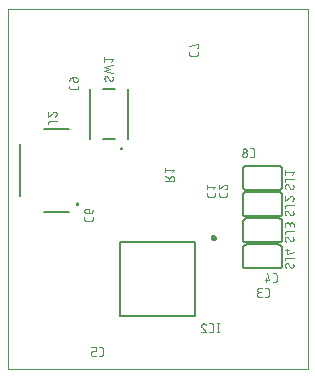
<source format=gbo>
G04 EAGLE Gerber RS-274X export*
G75*
%MOMM*%
%FSLAX34Y34*%
%LPD*%
%INSilk bottom*%
%IPPOS*%
%AMOC8*
5,1,8,0,0,1.08239X$1,22.5*%
G01*
%ADD10C,0.000000*%
%ADD11C,0.200000*%
%ADD12C,0.076200*%
%ADD13C,0.250000*%
%ADD14C,0.152400*%


D10*
X0Y0D02*
X254000Y0D01*
X254000Y304800D01*
X0Y304800D01*
X0Y0D01*
D11*
X31200Y133275D02*
X51950Y133275D01*
X51950Y203275D02*
X31200Y203275D01*
X10450Y190275D02*
X10450Y146275D01*
X58844Y139745D02*
X58846Y139794D01*
X58852Y139842D01*
X58862Y139890D01*
X58875Y139937D01*
X58892Y139983D01*
X58913Y140027D01*
X58938Y140069D01*
X58966Y140109D01*
X58996Y140147D01*
X59030Y140182D01*
X59067Y140214D01*
X59106Y140244D01*
X59147Y140270D01*
X59190Y140292D01*
X59235Y140312D01*
X59281Y140327D01*
X59329Y140339D01*
X59377Y140347D01*
X59426Y140351D01*
X59474Y140351D01*
X59523Y140347D01*
X59571Y140339D01*
X59619Y140327D01*
X59665Y140312D01*
X59710Y140292D01*
X59753Y140270D01*
X59794Y140244D01*
X59833Y140214D01*
X59870Y140182D01*
X59904Y140147D01*
X59934Y140109D01*
X59962Y140069D01*
X59987Y140027D01*
X60008Y139983D01*
X60025Y139937D01*
X60038Y139890D01*
X60048Y139842D01*
X60054Y139794D01*
X60056Y139745D01*
X60054Y139696D01*
X60048Y139648D01*
X60038Y139600D01*
X60025Y139553D01*
X60008Y139507D01*
X59987Y139463D01*
X59962Y139421D01*
X59934Y139381D01*
X59904Y139343D01*
X59870Y139308D01*
X59833Y139276D01*
X59794Y139246D01*
X59753Y139220D01*
X59710Y139198D01*
X59665Y139178D01*
X59619Y139163D01*
X59571Y139151D01*
X59523Y139143D01*
X59474Y139139D01*
X59426Y139139D01*
X59377Y139143D01*
X59329Y139151D01*
X59281Y139163D01*
X59235Y139178D01*
X59190Y139198D01*
X59147Y139220D01*
X59106Y139246D01*
X59067Y139276D01*
X59030Y139308D01*
X58996Y139343D01*
X58966Y139381D01*
X58938Y139421D01*
X58913Y139463D01*
X58892Y139507D01*
X58875Y139553D01*
X58862Y139600D01*
X58852Y139648D01*
X58846Y139696D01*
X58844Y139745D01*
D12*
X41783Y210189D02*
X36054Y210189D01*
X35976Y210187D01*
X35898Y210182D01*
X35821Y210172D01*
X35744Y210159D01*
X35668Y210143D01*
X35593Y210123D01*
X35519Y210099D01*
X35446Y210072D01*
X35374Y210041D01*
X35304Y210007D01*
X35236Y209970D01*
X35169Y209929D01*
X35104Y209885D01*
X35042Y209839D01*
X34982Y209789D01*
X34924Y209737D01*
X34869Y209682D01*
X34817Y209624D01*
X34767Y209564D01*
X34721Y209502D01*
X34677Y209437D01*
X34636Y209371D01*
X34599Y209302D01*
X34565Y209232D01*
X34534Y209160D01*
X34507Y209087D01*
X34483Y209013D01*
X34463Y208938D01*
X34447Y208862D01*
X34434Y208785D01*
X34424Y208708D01*
X34419Y208630D01*
X34417Y208552D01*
X34417Y207734D01*
X41784Y215875D02*
X41782Y215960D01*
X41776Y216045D01*
X41766Y216129D01*
X41753Y216213D01*
X41735Y216297D01*
X41714Y216379D01*
X41689Y216460D01*
X41660Y216540D01*
X41627Y216619D01*
X41591Y216696D01*
X41551Y216771D01*
X41508Y216845D01*
X41462Y216916D01*
X41412Y216985D01*
X41359Y217052D01*
X41303Y217116D01*
X41244Y217177D01*
X41183Y217236D01*
X41119Y217292D01*
X41052Y217345D01*
X40983Y217395D01*
X40912Y217441D01*
X40838Y217484D01*
X40763Y217524D01*
X40686Y217560D01*
X40607Y217593D01*
X40527Y217622D01*
X40446Y217647D01*
X40364Y217668D01*
X40280Y217686D01*
X40196Y217699D01*
X40112Y217709D01*
X40027Y217715D01*
X39942Y217717D01*
X41783Y215875D02*
X41781Y215779D01*
X41775Y215683D01*
X41765Y215588D01*
X41752Y215493D01*
X41734Y215398D01*
X41713Y215305D01*
X41688Y215212D01*
X41659Y215121D01*
X41627Y215030D01*
X41591Y214941D01*
X41551Y214854D01*
X41508Y214768D01*
X41462Y214684D01*
X41412Y214602D01*
X41358Y214522D01*
X41302Y214445D01*
X41242Y214370D01*
X41180Y214297D01*
X41114Y214227D01*
X41046Y214159D01*
X40975Y214094D01*
X40902Y214033D01*
X40826Y213974D01*
X40747Y213918D01*
X40667Y213866D01*
X40584Y213817D01*
X40500Y213771D01*
X40414Y213729D01*
X40326Y213691D01*
X40237Y213656D01*
X40146Y213624D01*
X38510Y217102D02*
X38569Y217162D01*
X38631Y217219D01*
X38695Y217274D01*
X38762Y217325D01*
X38831Y217374D01*
X38901Y217420D01*
X38974Y217463D01*
X39048Y217503D01*
X39124Y217539D01*
X39202Y217572D01*
X39281Y217602D01*
X39361Y217629D01*
X39442Y217652D01*
X39524Y217671D01*
X39606Y217687D01*
X39690Y217700D01*
X39774Y217709D01*
X39858Y217714D01*
X39942Y217716D01*
X38509Y217102D02*
X34417Y213624D01*
X34417Y217716D01*
D11*
X95500Y107700D02*
X158500Y107700D01*
X95500Y107700D02*
X95500Y44700D01*
X158500Y44700D01*
X158500Y107700D01*
D13*
X173000Y111200D02*
X173002Y111270D01*
X173008Y111340D01*
X173018Y111409D01*
X173031Y111478D01*
X173049Y111546D01*
X173070Y111613D01*
X173095Y111678D01*
X173124Y111742D01*
X173156Y111805D01*
X173192Y111865D01*
X173231Y111923D01*
X173273Y111979D01*
X173318Y112033D01*
X173366Y112084D01*
X173417Y112132D01*
X173471Y112177D01*
X173527Y112219D01*
X173585Y112258D01*
X173645Y112294D01*
X173708Y112326D01*
X173772Y112355D01*
X173837Y112380D01*
X173904Y112401D01*
X173972Y112419D01*
X174041Y112432D01*
X174110Y112442D01*
X174180Y112448D01*
X174250Y112450D01*
X174320Y112448D01*
X174390Y112442D01*
X174459Y112432D01*
X174528Y112419D01*
X174596Y112401D01*
X174663Y112380D01*
X174728Y112355D01*
X174792Y112326D01*
X174855Y112294D01*
X174915Y112258D01*
X174973Y112219D01*
X175029Y112177D01*
X175083Y112132D01*
X175134Y112084D01*
X175182Y112033D01*
X175227Y111979D01*
X175269Y111923D01*
X175308Y111865D01*
X175344Y111805D01*
X175376Y111742D01*
X175405Y111678D01*
X175430Y111613D01*
X175451Y111546D01*
X175469Y111478D01*
X175482Y111409D01*
X175492Y111340D01*
X175498Y111270D01*
X175500Y111200D01*
X175498Y111130D01*
X175492Y111060D01*
X175482Y110991D01*
X175469Y110922D01*
X175451Y110854D01*
X175430Y110787D01*
X175405Y110722D01*
X175376Y110658D01*
X175344Y110595D01*
X175308Y110535D01*
X175269Y110477D01*
X175227Y110421D01*
X175182Y110367D01*
X175134Y110316D01*
X175083Y110268D01*
X175029Y110223D01*
X174973Y110181D01*
X174915Y110142D01*
X174855Y110106D01*
X174792Y110074D01*
X174728Y110045D01*
X174663Y110020D01*
X174596Y109999D01*
X174528Y109981D01*
X174459Y109968D01*
X174390Y109958D01*
X174320Y109952D01*
X174250Y109950D01*
X174180Y109952D01*
X174110Y109958D01*
X174041Y109968D01*
X173972Y109981D01*
X173904Y109999D01*
X173837Y110020D01*
X173772Y110045D01*
X173708Y110074D01*
X173645Y110106D01*
X173585Y110142D01*
X173527Y110181D01*
X173471Y110223D01*
X173417Y110268D01*
X173366Y110316D01*
X173318Y110367D01*
X173273Y110421D01*
X173231Y110477D01*
X173192Y110535D01*
X173156Y110595D01*
X173124Y110658D01*
X173095Y110722D01*
X173070Y110787D01*
X173049Y110854D01*
X173031Y110922D01*
X173018Y110991D01*
X173008Y111060D01*
X173002Y111130D01*
X173000Y111200D01*
D12*
X178038Y38608D02*
X178038Y31242D01*
X178856Y31242D02*
X177219Y31242D01*
X177219Y38608D02*
X178856Y38608D01*
X172618Y31242D02*
X170981Y31242D01*
X172618Y31242D02*
X172696Y31244D01*
X172774Y31249D01*
X172851Y31259D01*
X172928Y31272D01*
X173004Y31288D01*
X173079Y31308D01*
X173153Y31332D01*
X173226Y31359D01*
X173298Y31390D01*
X173368Y31424D01*
X173437Y31461D01*
X173503Y31502D01*
X173568Y31546D01*
X173630Y31592D01*
X173690Y31642D01*
X173748Y31694D01*
X173803Y31749D01*
X173855Y31807D01*
X173905Y31867D01*
X173951Y31929D01*
X173995Y31994D01*
X174036Y32061D01*
X174073Y32129D01*
X174107Y32199D01*
X174138Y32271D01*
X174165Y32344D01*
X174189Y32418D01*
X174209Y32493D01*
X174225Y32569D01*
X174238Y32646D01*
X174248Y32723D01*
X174253Y32801D01*
X174255Y32879D01*
X174255Y36971D01*
X174253Y37049D01*
X174248Y37127D01*
X174238Y37204D01*
X174225Y37281D01*
X174209Y37357D01*
X174189Y37432D01*
X174165Y37506D01*
X174138Y37579D01*
X174107Y37651D01*
X174073Y37721D01*
X174036Y37790D01*
X173995Y37856D01*
X173951Y37921D01*
X173905Y37983D01*
X173855Y38043D01*
X173803Y38101D01*
X173748Y38156D01*
X173690Y38208D01*
X173630Y38258D01*
X173568Y38304D01*
X173503Y38348D01*
X173437Y38389D01*
X173368Y38426D01*
X173298Y38460D01*
X173226Y38491D01*
X173153Y38518D01*
X173079Y38542D01*
X173004Y38562D01*
X172928Y38578D01*
X172851Y38591D01*
X172774Y38601D01*
X172696Y38606D01*
X172618Y38608D01*
X170981Y38608D01*
X165885Y38609D02*
X165800Y38607D01*
X165715Y38601D01*
X165631Y38591D01*
X165547Y38578D01*
X165463Y38560D01*
X165381Y38539D01*
X165300Y38514D01*
X165220Y38485D01*
X165141Y38452D01*
X165064Y38416D01*
X164989Y38376D01*
X164915Y38333D01*
X164844Y38287D01*
X164775Y38237D01*
X164708Y38184D01*
X164644Y38128D01*
X164583Y38069D01*
X164524Y38008D01*
X164468Y37944D01*
X164415Y37877D01*
X164365Y37808D01*
X164319Y37737D01*
X164276Y37663D01*
X164236Y37588D01*
X164200Y37511D01*
X164167Y37432D01*
X164138Y37352D01*
X164113Y37271D01*
X164092Y37189D01*
X164074Y37105D01*
X164061Y37021D01*
X164051Y36937D01*
X164045Y36852D01*
X164043Y36767D01*
X165885Y38608D02*
X165981Y38606D01*
X166077Y38600D01*
X166172Y38590D01*
X166267Y38577D01*
X166362Y38559D01*
X166455Y38538D01*
X166548Y38513D01*
X166639Y38484D01*
X166730Y38452D01*
X166819Y38416D01*
X166906Y38376D01*
X166992Y38333D01*
X167076Y38287D01*
X167158Y38237D01*
X167238Y38183D01*
X167315Y38127D01*
X167390Y38067D01*
X167463Y38005D01*
X167533Y37939D01*
X167601Y37871D01*
X167666Y37800D01*
X167727Y37727D01*
X167786Y37651D01*
X167842Y37572D01*
X167894Y37492D01*
X167943Y37409D01*
X167989Y37325D01*
X168031Y37239D01*
X168069Y37151D01*
X168104Y37062D01*
X168136Y36971D01*
X164658Y35335D02*
X164598Y35394D01*
X164541Y35456D01*
X164486Y35520D01*
X164435Y35587D01*
X164386Y35656D01*
X164340Y35726D01*
X164297Y35799D01*
X164257Y35873D01*
X164221Y35949D01*
X164188Y36027D01*
X164158Y36106D01*
X164131Y36186D01*
X164108Y36267D01*
X164089Y36349D01*
X164073Y36431D01*
X164060Y36515D01*
X164051Y36599D01*
X164046Y36683D01*
X164044Y36767D01*
X164658Y35334D02*
X168136Y31242D01*
X164044Y31242D01*
D14*
X201930Y151765D02*
X229870Y151765D01*
X201930Y172085D02*
X201830Y172083D01*
X201731Y172077D01*
X201631Y172067D01*
X201533Y172054D01*
X201434Y172036D01*
X201337Y172015D01*
X201241Y171990D01*
X201145Y171961D01*
X201051Y171928D01*
X200958Y171892D01*
X200867Y171852D01*
X200777Y171808D01*
X200689Y171761D01*
X200603Y171711D01*
X200519Y171657D01*
X200437Y171600D01*
X200358Y171540D01*
X200280Y171476D01*
X200206Y171410D01*
X200134Y171341D01*
X200065Y171269D01*
X199999Y171195D01*
X199935Y171117D01*
X199875Y171038D01*
X199818Y170956D01*
X199764Y170872D01*
X199714Y170786D01*
X199667Y170698D01*
X199623Y170608D01*
X199583Y170517D01*
X199547Y170424D01*
X199514Y170330D01*
X199485Y170234D01*
X199460Y170138D01*
X199439Y170041D01*
X199421Y169942D01*
X199408Y169844D01*
X199398Y169744D01*
X199392Y169645D01*
X199390Y169545D01*
X229870Y172085D02*
X229970Y172083D01*
X230069Y172077D01*
X230169Y172067D01*
X230267Y172054D01*
X230366Y172036D01*
X230463Y172015D01*
X230559Y171990D01*
X230655Y171961D01*
X230749Y171928D01*
X230842Y171892D01*
X230933Y171852D01*
X231023Y171808D01*
X231111Y171761D01*
X231197Y171711D01*
X231281Y171657D01*
X231363Y171600D01*
X231442Y171540D01*
X231520Y171476D01*
X231594Y171410D01*
X231666Y171341D01*
X231735Y171269D01*
X231801Y171195D01*
X231865Y171117D01*
X231925Y171038D01*
X231982Y170956D01*
X232036Y170872D01*
X232086Y170786D01*
X232133Y170698D01*
X232177Y170608D01*
X232217Y170517D01*
X232253Y170424D01*
X232286Y170330D01*
X232315Y170234D01*
X232340Y170138D01*
X232361Y170041D01*
X232379Y169942D01*
X232392Y169844D01*
X232402Y169744D01*
X232408Y169645D01*
X232410Y169545D01*
X232410Y154305D02*
X232408Y154205D01*
X232402Y154106D01*
X232392Y154006D01*
X232379Y153908D01*
X232361Y153809D01*
X232340Y153712D01*
X232315Y153616D01*
X232286Y153520D01*
X232253Y153426D01*
X232217Y153333D01*
X232177Y153242D01*
X232133Y153152D01*
X232086Y153064D01*
X232036Y152978D01*
X231982Y152894D01*
X231925Y152812D01*
X231865Y152733D01*
X231801Y152655D01*
X231735Y152581D01*
X231666Y152509D01*
X231594Y152440D01*
X231520Y152374D01*
X231442Y152310D01*
X231363Y152250D01*
X231281Y152193D01*
X231197Y152139D01*
X231111Y152089D01*
X231023Y152042D01*
X230933Y151998D01*
X230842Y151958D01*
X230749Y151922D01*
X230655Y151889D01*
X230559Y151860D01*
X230463Y151835D01*
X230366Y151814D01*
X230267Y151796D01*
X230169Y151783D01*
X230069Y151773D01*
X229970Y151767D01*
X229870Y151765D01*
X201930Y151765D02*
X201830Y151767D01*
X201731Y151773D01*
X201631Y151783D01*
X201533Y151796D01*
X201434Y151814D01*
X201337Y151835D01*
X201241Y151860D01*
X201145Y151889D01*
X201051Y151922D01*
X200958Y151958D01*
X200867Y151998D01*
X200777Y152042D01*
X200689Y152089D01*
X200603Y152139D01*
X200519Y152193D01*
X200437Y152250D01*
X200358Y152310D01*
X200280Y152374D01*
X200206Y152440D01*
X200134Y152509D01*
X200065Y152581D01*
X199999Y152655D01*
X199935Y152733D01*
X199875Y152812D01*
X199818Y152894D01*
X199764Y152978D01*
X199714Y153064D01*
X199667Y153152D01*
X199623Y153242D01*
X199583Y153333D01*
X199547Y153426D01*
X199514Y153520D01*
X199485Y153616D01*
X199460Y153712D01*
X199439Y153809D01*
X199421Y153908D01*
X199408Y154006D01*
X199398Y154106D01*
X199392Y154205D01*
X199390Y154305D01*
X199390Y169545D01*
X232410Y169545D02*
X232410Y154305D01*
X229870Y172085D02*
X201930Y172085D01*
D12*
X234823Y154700D02*
X234825Y154778D01*
X234830Y154856D01*
X234840Y154933D01*
X234853Y155010D01*
X234869Y155086D01*
X234889Y155161D01*
X234913Y155235D01*
X234940Y155308D01*
X234971Y155380D01*
X235005Y155450D01*
X235042Y155519D01*
X235083Y155585D01*
X235127Y155650D01*
X235173Y155712D01*
X235223Y155772D01*
X235275Y155830D01*
X235330Y155885D01*
X235388Y155937D01*
X235448Y155987D01*
X235510Y156033D01*
X235575Y156077D01*
X235642Y156118D01*
X235710Y156155D01*
X235780Y156189D01*
X235852Y156220D01*
X235925Y156247D01*
X235999Y156271D01*
X236074Y156291D01*
X236150Y156307D01*
X236227Y156320D01*
X236304Y156330D01*
X236382Y156335D01*
X236460Y156337D01*
X234823Y154700D02*
X234825Y154586D01*
X234830Y154473D01*
X234840Y154359D01*
X234853Y154246D01*
X234870Y154134D01*
X234890Y154022D01*
X234914Y153911D01*
X234942Y153800D01*
X234973Y153691D01*
X235008Y153583D01*
X235047Y153476D01*
X235089Y153370D01*
X235134Y153266D01*
X235183Y153163D01*
X235236Y153062D01*
X235291Y152963D01*
X235350Y152865D01*
X235412Y152770D01*
X235477Y152677D01*
X235545Y152585D01*
X235616Y152497D01*
X235690Y152410D01*
X235767Y152326D01*
X235846Y152245D01*
X240552Y152449D02*
X240630Y152451D01*
X240708Y152456D01*
X240785Y152466D01*
X240862Y152479D01*
X240938Y152495D01*
X241013Y152515D01*
X241087Y152539D01*
X241160Y152566D01*
X241232Y152597D01*
X241302Y152631D01*
X241371Y152668D01*
X241437Y152709D01*
X241502Y152753D01*
X241564Y152799D01*
X241624Y152849D01*
X241682Y152901D01*
X241737Y152956D01*
X241789Y153014D01*
X241839Y153074D01*
X241885Y153136D01*
X241929Y153201D01*
X241970Y153268D01*
X242007Y153336D01*
X242041Y153406D01*
X242072Y153478D01*
X242099Y153551D01*
X242123Y153625D01*
X242143Y153700D01*
X242159Y153776D01*
X242172Y153853D01*
X242182Y153930D01*
X242187Y154008D01*
X242189Y154086D01*
X242187Y154196D01*
X242181Y154305D01*
X242171Y154415D01*
X242158Y154523D01*
X242140Y154632D01*
X242119Y154739D01*
X242093Y154846D01*
X242064Y154952D01*
X242032Y155057D01*
X241995Y155160D01*
X241955Y155262D01*
X241911Y155363D01*
X241863Y155462D01*
X241813Y155559D01*
X241758Y155654D01*
X241700Y155747D01*
X241639Y155838D01*
X241575Y155927D01*
X239119Y153268D02*
X239161Y153201D01*
X239205Y153136D01*
X239253Y153074D01*
X239303Y153014D01*
X239356Y152956D01*
X239412Y152901D01*
X239471Y152849D01*
X239531Y152799D01*
X239595Y152752D01*
X239660Y152709D01*
X239727Y152668D01*
X239796Y152631D01*
X239867Y152597D01*
X239939Y152566D01*
X240013Y152539D01*
X240087Y152515D01*
X240163Y152495D01*
X240240Y152479D01*
X240317Y152466D01*
X240395Y152456D01*
X240474Y152451D01*
X240552Y152449D01*
X237892Y155519D02*
X237850Y155585D01*
X237806Y155650D01*
X237759Y155712D01*
X237708Y155772D01*
X237655Y155830D01*
X237599Y155885D01*
X237541Y155938D01*
X237480Y155987D01*
X237417Y156034D01*
X237352Y156077D01*
X237285Y156118D01*
X237216Y156155D01*
X237145Y156189D01*
X237073Y156220D01*
X236999Y156247D01*
X236924Y156271D01*
X236849Y156291D01*
X236772Y156307D01*
X236695Y156320D01*
X236617Y156330D01*
X236538Y156335D01*
X236460Y156337D01*
X237892Y155519D02*
X239120Y153268D01*
X236460Y161002D02*
X242189Y161002D01*
X236460Y161002D02*
X236382Y161000D01*
X236304Y160995D01*
X236227Y160985D01*
X236150Y160972D01*
X236074Y160956D01*
X235999Y160936D01*
X235925Y160912D01*
X235852Y160885D01*
X235780Y160854D01*
X235710Y160820D01*
X235642Y160783D01*
X235575Y160742D01*
X235510Y160698D01*
X235448Y160652D01*
X235388Y160602D01*
X235330Y160550D01*
X235275Y160495D01*
X235223Y160437D01*
X235173Y160377D01*
X235127Y160315D01*
X235083Y160250D01*
X235042Y160184D01*
X235005Y160115D01*
X234971Y160045D01*
X234940Y159973D01*
X234913Y159900D01*
X234889Y159826D01*
X234869Y159751D01*
X234853Y159675D01*
X234840Y159598D01*
X234830Y159521D01*
X234825Y159443D01*
X234823Y159365D01*
X234823Y158547D01*
X240552Y164437D02*
X242189Y166483D01*
X234823Y166483D01*
X234823Y164437D02*
X234823Y168529D01*
D14*
X229870Y129540D02*
X201930Y129540D01*
X199390Y147320D02*
X199392Y147420D01*
X199398Y147519D01*
X199408Y147619D01*
X199421Y147717D01*
X199439Y147816D01*
X199460Y147913D01*
X199485Y148009D01*
X199514Y148105D01*
X199547Y148199D01*
X199583Y148292D01*
X199623Y148383D01*
X199667Y148473D01*
X199714Y148561D01*
X199764Y148647D01*
X199818Y148731D01*
X199875Y148813D01*
X199935Y148892D01*
X199999Y148970D01*
X200065Y149044D01*
X200134Y149116D01*
X200206Y149185D01*
X200280Y149251D01*
X200358Y149315D01*
X200437Y149375D01*
X200519Y149432D01*
X200603Y149486D01*
X200689Y149536D01*
X200777Y149583D01*
X200867Y149627D01*
X200958Y149667D01*
X201051Y149703D01*
X201145Y149736D01*
X201241Y149765D01*
X201337Y149790D01*
X201434Y149811D01*
X201533Y149829D01*
X201631Y149842D01*
X201731Y149852D01*
X201830Y149858D01*
X201930Y149860D01*
X229870Y149860D02*
X229970Y149858D01*
X230069Y149852D01*
X230169Y149842D01*
X230267Y149829D01*
X230366Y149811D01*
X230463Y149790D01*
X230559Y149765D01*
X230655Y149736D01*
X230749Y149703D01*
X230842Y149667D01*
X230933Y149627D01*
X231023Y149583D01*
X231111Y149536D01*
X231197Y149486D01*
X231281Y149432D01*
X231363Y149375D01*
X231442Y149315D01*
X231520Y149251D01*
X231594Y149185D01*
X231666Y149116D01*
X231735Y149044D01*
X231801Y148970D01*
X231865Y148892D01*
X231925Y148813D01*
X231982Y148731D01*
X232036Y148647D01*
X232086Y148561D01*
X232133Y148473D01*
X232177Y148383D01*
X232217Y148292D01*
X232253Y148199D01*
X232286Y148105D01*
X232315Y148009D01*
X232340Y147913D01*
X232361Y147816D01*
X232379Y147717D01*
X232392Y147619D01*
X232402Y147519D01*
X232408Y147420D01*
X232410Y147320D01*
X232410Y132080D02*
X232408Y131980D01*
X232402Y131881D01*
X232392Y131781D01*
X232379Y131683D01*
X232361Y131584D01*
X232340Y131487D01*
X232315Y131391D01*
X232286Y131295D01*
X232253Y131201D01*
X232217Y131108D01*
X232177Y131017D01*
X232133Y130927D01*
X232086Y130839D01*
X232036Y130753D01*
X231982Y130669D01*
X231925Y130587D01*
X231865Y130508D01*
X231801Y130430D01*
X231735Y130356D01*
X231666Y130284D01*
X231594Y130215D01*
X231520Y130149D01*
X231442Y130085D01*
X231363Y130025D01*
X231281Y129968D01*
X231197Y129914D01*
X231111Y129864D01*
X231023Y129817D01*
X230933Y129773D01*
X230842Y129733D01*
X230749Y129697D01*
X230655Y129664D01*
X230559Y129635D01*
X230463Y129610D01*
X230366Y129589D01*
X230267Y129571D01*
X230169Y129558D01*
X230069Y129548D01*
X229970Y129542D01*
X229870Y129540D01*
X201930Y129540D02*
X201830Y129542D01*
X201731Y129548D01*
X201631Y129558D01*
X201533Y129571D01*
X201434Y129589D01*
X201337Y129610D01*
X201241Y129635D01*
X201145Y129664D01*
X201051Y129697D01*
X200958Y129733D01*
X200867Y129773D01*
X200777Y129817D01*
X200689Y129864D01*
X200603Y129914D01*
X200519Y129968D01*
X200437Y130025D01*
X200358Y130085D01*
X200280Y130149D01*
X200206Y130215D01*
X200134Y130284D01*
X200065Y130356D01*
X199999Y130430D01*
X199935Y130508D01*
X199875Y130587D01*
X199818Y130669D01*
X199764Y130753D01*
X199714Y130839D01*
X199667Y130927D01*
X199623Y131017D01*
X199583Y131108D01*
X199547Y131201D01*
X199514Y131295D01*
X199485Y131391D01*
X199460Y131487D01*
X199439Y131584D01*
X199421Y131683D01*
X199408Y131781D01*
X199398Y131881D01*
X199392Y131980D01*
X199390Y132080D01*
X199390Y147320D01*
X232410Y147320D02*
X232410Y132080D01*
X229870Y149860D02*
X201930Y149860D01*
D12*
X234823Y132475D02*
X234825Y132553D01*
X234830Y132631D01*
X234840Y132708D01*
X234853Y132785D01*
X234869Y132861D01*
X234889Y132936D01*
X234913Y133010D01*
X234940Y133083D01*
X234971Y133155D01*
X235005Y133225D01*
X235042Y133294D01*
X235083Y133360D01*
X235127Y133425D01*
X235173Y133487D01*
X235223Y133547D01*
X235275Y133605D01*
X235330Y133660D01*
X235388Y133712D01*
X235448Y133762D01*
X235510Y133808D01*
X235575Y133852D01*
X235642Y133893D01*
X235710Y133930D01*
X235780Y133964D01*
X235852Y133995D01*
X235925Y134022D01*
X235999Y134046D01*
X236074Y134066D01*
X236150Y134082D01*
X236227Y134095D01*
X236304Y134105D01*
X236382Y134110D01*
X236460Y134112D01*
X234823Y132475D02*
X234825Y132361D01*
X234830Y132248D01*
X234840Y132134D01*
X234853Y132021D01*
X234870Y131909D01*
X234890Y131797D01*
X234914Y131686D01*
X234942Y131575D01*
X234973Y131466D01*
X235008Y131358D01*
X235047Y131251D01*
X235089Y131145D01*
X235134Y131041D01*
X235183Y130938D01*
X235236Y130837D01*
X235291Y130738D01*
X235350Y130640D01*
X235412Y130545D01*
X235477Y130452D01*
X235545Y130360D01*
X235616Y130272D01*
X235690Y130185D01*
X235767Y130101D01*
X235846Y130020D01*
X240552Y130224D02*
X240630Y130226D01*
X240708Y130231D01*
X240785Y130241D01*
X240862Y130254D01*
X240938Y130270D01*
X241013Y130290D01*
X241087Y130314D01*
X241160Y130341D01*
X241232Y130372D01*
X241302Y130406D01*
X241371Y130443D01*
X241437Y130484D01*
X241502Y130528D01*
X241564Y130574D01*
X241624Y130624D01*
X241682Y130676D01*
X241737Y130731D01*
X241789Y130789D01*
X241839Y130849D01*
X241885Y130911D01*
X241929Y130976D01*
X241970Y131043D01*
X242007Y131111D01*
X242041Y131181D01*
X242072Y131253D01*
X242099Y131326D01*
X242123Y131400D01*
X242143Y131475D01*
X242159Y131551D01*
X242172Y131628D01*
X242182Y131705D01*
X242187Y131783D01*
X242189Y131861D01*
X242187Y131971D01*
X242181Y132080D01*
X242171Y132190D01*
X242158Y132298D01*
X242140Y132407D01*
X242119Y132514D01*
X242093Y132621D01*
X242064Y132727D01*
X242032Y132832D01*
X241995Y132935D01*
X241955Y133037D01*
X241911Y133138D01*
X241863Y133237D01*
X241813Y133334D01*
X241758Y133429D01*
X241700Y133522D01*
X241639Y133613D01*
X241575Y133702D01*
X239119Y131043D02*
X239161Y130976D01*
X239205Y130911D01*
X239253Y130849D01*
X239303Y130789D01*
X239356Y130731D01*
X239412Y130676D01*
X239471Y130624D01*
X239531Y130574D01*
X239595Y130527D01*
X239660Y130484D01*
X239727Y130443D01*
X239796Y130406D01*
X239867Y130372D01*
X239939Y130341D01*
X240013Y130314D01*
X240087Y130290D01*
X240163Y130270D01*
X240240Y130254D01*
X240317Y130241D01*
X240395Y130231D01*
X240474Y130226D01*
X240552Y130224D01*
X237892Y133294D02*
X237850Y133360D01*
X237806Y133425D01*
X237759Y133487D01*
X237708Y133547D01*
X237655Y133605D01*
X237599Y133660D01*
X237541Y133713D01*
X237480Y133762D01*
X237417Y133809D01*
X237352Y133852D01*
X237285Y133893D01*
X237216Y133930D01*
X237145Y133964D01*
X237073Y133995D01*
X236999Y134022D01*
X236924Y134046D01*
X236849Y134066D01*
X236772Y134082D01*
X236695Y134095D01*
X236617Y134105D01*
X236538Y134110D01*
X236460Y134112D01*
X237892Y133294D02*
X239120Y131043D01*
X236460Y138777D02*
X242189Y138777D01*
X236460Y138777D02*
X236382Y138775D01*
X236304Y138770D01*
X236227Y138760D01*
X236150Y138747D01*
X236074Y138731D01*
X235999Y138711D01*
X235925Y138687D01*
X235852Y138660D01*
X235780Y138629D01*
X235710Y138595D01*
X235642Y138558D01*
X235575Y138517D01*
X235510Y138473D01*
X235448Y138427D01*
X235388Y138377D01*
X235330Y138325D01*
X235275Y138270D01*
X235223Y138212D01*
X235173Y138152D01*
X235127Y138090D01*
X235083Y138025D01*
X235042Y137959D01*
X235005Y137890D01*
X234971Y137820D01*
X234940Y137748D01*
X234913Y137675D01*
X234889Y137601D01*
X234869Y137526D01*
X234853Y137450D01*
X234840Y137373D01*
X234830Y137296D01*
X234825Y137218D01*
X234823Y137140D01*
X234823Y136322D01*
X242190Y144463D02*
X242188Y144548D01*
X242182Y144633D01*
X242172Y144717D01*
X242159Y144801D01*
X242141Y144885D01*
X242120Y144967D01*
X242095Y145048D01*
X242066Y145128D01*
X242033Y145207D01*
X241997Y145284D01*
X241957Y145359D01*
X241914Y145433D01*
X241868Y145504D01*
X241818Y145573D01*
X241765Y145640D01*
X241709Y145704D01*
X241650Y145765D01*
X241589Y145824D01*
X241525Y145880D01*
X241458Y145933D01*
X241389Y145983D01*
X241318Y146029D01*
X241244Y146072D01*
X241169Y146112D01*
X241092Y146148D01*
X241013Y146181D01*
X240933Y146210D01*
X240852Y146235D01*
X240770Y146256D01*
X240686Y146274D01*
X240602Y146287D01*
X240518Y146297D01*
X240433Y146303D01*
X240348Y146305D01*
X242189Y144463D02*
X242187Y144367D01*
X242181Y144271D01*
X242171Y144176D01*
X242158Y144081D01*
X242140Y143986D01*
X242119Y143893D01*
X242094Y143800D01*
X242065Y143709D01*
X242033Y143618D01*
X241997Y143529D01*
X241957Y143442D01*
X241914Y143356D01*
X241868Y143272D01*
X241818Y143190D01*
X241764Y143110D01*
X241708Y143033D01*
X241648Y142958D01*
X241586Y142885D01*
X241520Y142815D01*
X241452Y142747D01*
X241381Y142682D01*
X241308Y142621D01*
X241232Y142562D01*
X241153Y142506D01*
X241073Y142454D01*
X240990Y142405D01*
X240906Y142359D01*
X240820Y142317D01*
X240732Y142279D01*
X240643Y142244D01*
X240552Y142212D01*
X238916Y145690D02*
X238975Y145750D01*
X239037Y145807D01*
X239101Y145862D01*
X239168Y145913D01*
X239237Y145962D01*
X239307Y146008D01*
X239380Y146051D01*
X239454Y146091D01*
X239530Y146127D01*
X239608Y146160D01*
X239687Y146190D01*
X239767Y146217D01*
X239848Y146240D01*
X239930Y146259D01*
X240012Y146275D01*
X240096Y146288D01*
X240180Y146297D01*
X240264Y146302D01*
X240348Y146304D01*
X238915Y145690D02*
X234823Y142212D01*
X234823Y146304D01*
D14*
X229870Y107315D02*
X201930Y107315D01*
X199390Y125095D02*
X199392Y125195D01*
X199398Y125294D01*
X199408Y125394D01*
X199421Y125492D01*
X199439Y125591D01*
X199460Y125688D01*
X199485Y125784D01*
X199514Y125880D01*
X199547Y125974D01*
X199583Y126067D01*
X199623Y126158D01*
X199667Y126248D01*
X199714Y126336D01*
X199764Y126422D01*
X199818Y126506D01*
X199875Y126588D01*
X199935Y126667D01*
X199999Y126745D01*
X200065Y126819D01*
X200134Y126891D01*
X200206Y126960D01*
X200280Y127026D01*
X200358Y127090D01*
X200437Y127150D01*
X200519Y127207D01*
X200603Y127261D01*
X200689Y127311D01*
X200777Y127358D01*
X200867Y127402D01*
X200958Y127442D01*
X201051Y127478D01*
X201145Y127511D01*
X201241Y127540D01*
X201337Y127565D01*
X201434Y127586D01*
X201533Y127604D01*
X201631Y127617D01*
X201731Y127627D01*
X201830Y127633D01*
X201930Y127635D01*
X229870Y127635D02*
X229970Y127633D01*
X230069Y127627D01*
X230169Y127617D01*
X230267Y127604D01*
X230366Y127586D01*
X230463Y127565D01*
X230559Y127540D01*
X230655Y127511D01*
X230749Y127478D01*
X230842Y127442D01*
X230933Y127402D01*
X231023Y127358D01*
X231111Y127311D01*
X231197Y127261D01*
X231281Y127207D01*
X231363Y127150D01*
X231442Y127090D01*
X231520Y127026D01*
X231594Y126960D01*
X231666Y126891D01*
X231735Y126819D01*
X231801Y126745D01*
X231865Y126667D01*
X231925Y126588D01*
X231982Y126506D01*
X232036Y126422D01*
X232086Y126336D01*
X232133Y126248D01*
X232177Y126158D01*
X232217Y126067D01*
X232253Y125974D01*
X232286Y125880D01*
X232315Y125784D01*
X232340Y125688D01*
X232361Y125591D01*
X232379Y125492D01*
X232392Y125394D01*
X232402Y125294D01*
X232408Y125195D01*
X232410Y125095D01*
X232410Y109855D02*
X232408Y109755D01*
X232402Y109656D01*
X232392Y109556D01*
X232379Y109458D01*
X232361Y109359D01*
X232340Y109262D01*
X232315Y109166D01*
X232286Y109070D01*
X232253Y108976D01*
X232217Y108883D01*
X232177Y108792D01*
X232133Y108702D01*
X232086Y108614D01*
X232036Y108528D01*
X231982Y108444D01*
X231925Y108362D01*
X231865Y108283D01*
X231801Y108205D01*
X231735Y108131D01*
X231666Y108059D01*
X231594Y107990D01*
X231520Y107924D01*
X231442Y107860D01*
X231363Y107800D01*
X231281Y107743D01*
X231197Y107689D01*
X231111Y107639D01*
X231023Y107592D01*
X230933Y107548D01*
X230842Y107508D01*
X230749Y107472D01*
X230655Y107439D01*
X230559Y107410D01*
X230463Y107385D01*
X230366Y107364D01*
X230267Y107346D01*
X230169Y107333D01*
X230069Y107323D01*
X229970Y107317D01*
X229870Y107315D01*
X201930Y107315D02*
X201830Y107317D01*
X201731Y107323D01*
X201631Y107333D01*
X201533Y107346D01*
X201434Y107364D01*
X201337Y107385D01*
X201241Y107410D01*
X201145Y107439D01*
X201051Y107472D01*
X200958Y107508D01*
X200867Y107548D01*
X200777Y107592D01*
X200689Y107639D01*
X200603Y107689D01*
X200519Y107743D01*
X200437Y107800D01*
X200358Y107860D01*
X200280Y107924D01*
X200206Y107990D01*
X200134Y108059D01*
X200065Y108131D01*
X199999Y108205D01*
X199935Y108283D01*
X199875Y108362D01*
X199818Y108444D01*
X199764Y108528D01*
X199714Y108614D01*
X199667Y108702D01*
X199623Y108792D01*
X199583Y108883D01*
X199547Y108976D01*
X199514Y109070D01*
X199485Y109166D01*
X199460Y109262D01*
X199439Y109359D01*
X199421Y109458D01*
X199408Y109556D01*
X199398Y109656D01*
X199392Y109755D01*
X199390Y109855D01*
X199390Y125095D01*
X232410Y125095D02*
X232410Y109855D01*
X229870Y127635D02*
X201930Y127635D01*
D12*
X234823Y110250D02*
X234825Y110328D01*
X234830Y110406D01*
X234840Y110483D01*
X234853Y110560D01*
X234869Y110636D01*
X234889Y110711D01*
X234913Y110785D01*
X234940Y110858D01*
X234971Y110930D01*
X235005Y111000D01*
X235042Y111069D01*
X235083Y111135D01*
X235127Y111200D01*
X235173Y111262D01*
X235223Y111322D01*
X235275Y111380D01*
X235330Y111435D01*
X235388Y111487D01*
X235448Y111537D01*
X235510Y111583D01*
X235575Y111627D01*
X235642Y111668D01*
X235710Y111705D01*
X235780Y111739D01*
X235852Y111770D01*
X235925Y111797D01*
X235999Y111821D01*
X236074Y111841D01*
X236150Y111857D01*
X236227Y111870D01*
X236304Y111880D01*
X236382Y111885D01*
X236460Y111887D01*
X234823Y110250D02*
X234825Y110136D01*
X234830Y110023D01*
X234840Y109909D01*
X234853Y109796D01*
X234870Y109684D01*
X234890Y109572D01*
X234914Y109461D01*
X234942Y109350D01*
X234973Y109241D01*
X235008Y109133D01*
X235047Y109026D01*
X235089Y108920D01*
X235134Y108816D01*
X235183Y108713D01*
X235236Y108612D01*
X235291Y108513D01*
X235350Y108415D01*
X235412Y108320D01*
X235477Y108227D01*
X235545Y108135D01*
X235616Y108047D01*
X235690Y107960D01*
X235767Y107876D01*
X235846Y107795D01*
X240552Y107999D02*
X240630Y108001D01*
X240708Y108006D01*
X240785Y108016D01*
X240862Y108029D01*
X240938Y108045D01*
X241013Y108065D01*
X241087Y108089D01*
X241160Y108116D01*
X241232Y108147D01*
X241302Y108181D01*
X241371Y108218D01*
X241437Y108259D01*
X241502Y108303D01*
X241564Y108349D01*
X241624Y108399D01*
X241682Y108451D01*
X241737Y108506D01*
X241789Y108564D01*
X241839Y108624D01*
X241885Y108686D01*
X241929Y108751D01*
X241970Y108818D01*
X242007Y108886D01*
X242041Y108956D01*
X242072Y109028D01*
X242099Y109101D01*
X242123Y109175D01*
X242143Y109250D01*
X242159Y109326D01*
X242172Y109403D01*
X242182Y109480D01*
X242187Y109558D01*
X242189Y109636D01*
X242187Y109746D01*
X242181Y109855D01*
X242171Y109965D01*
X242158Y110073D01*
X242140Y110182D01*
X242119Y110289D01*
X242093Y110396D01*
X242064Y110502D01*
X242032Y110607D01*
X241995Y110710D01*
X241955Y110812D01*
X241911Y110913D01*
X241863Y111012D01*
X241813Y111109D01*
X241758Y111204D01*
X241700Y111297D01*
X241639Y111388D01*
X241575Y111477D01*
X239119Y108818D02*
X239161Y108751D01*
X239205Y108686D01*
X239253Y108624D01*
X239303Y108564D01*
X239356Y108506D01*
X239412Y108451D01*
X239471Y108399D01*
X239531Y108349D01*
X239595Y108302D01*
X239660Y108259D01*
X239727Y108218D01*
X239796Y108181D01*
X239867Y108147D01*
X239939Y108116D01*
X240013Y108089D01*
X240087Y108065D01*
X240163Y108045D01*
X240240Y108029D01*
X240317Y108016D01*
X240395Y108006D01*
X240474Y108001D01*
X240552Y107999D01*
X237892Y111069D02*
X237850Y111135D01*
X237806Y111200D01*
X237759Y111262D01*
X237708Y111322D01*
X237655Y111380D01*
X237599Y111435D01*
X237541Y111488D01*
X237480Y111537D01*
X237417Y111584D01*
X237352Y111627D01*
X237285Y111668D01*
X237216Y111705D01*
X237145Y111739D01*
X237073Y111770D01*
X236999Y111797D01*
X236924Y111821D01*
X236849Y111841D01*
X236772Y111857D01*
X236695Y111870D01*
X236617Y111880D01*
X236538Y111885D01*
X236460Y111887D01*
X237892Y111069D02*
X239120Y108818D01*
X236460Y116552D02*
X242189Y116552D01*
X236460Y116552D02*
X236382Y116550D01*
X236304Y116545D01*
X236227Y116535D01*
X236150Y116522D01*
X236074Y116506D01*
X235999Y116486D01*
X235925Y116462D01*
X235852Y116435D01*
X235780Y116404D01*
X235710Y116370D01*
X235642Y116333D01*
X235575Y116292D01*
X235510Y116248D01*
X235448Y116202D01*
X235388Y116152D01*
X235330Y116100D01*
X235275Y116045D01*
X235223Y115987D01*
X235173Y115927D01*
X235127Y115865D01*
X235083Y115800D01*
X235042Y115734D01*
X235005Y115665D01*
X234971Y115595D01*
X234940Y115523D01*
X234913Y115450D01*
X234889Y115376D01*
X234869Y115301D01*
X234853Y115225D01*
X234840Y115148D01*
X234830Y115071D01*
X234825Y114993D01*
X234823Y114915D01*
X234823Y114097D01*
X234823Y119987D02*
X234823Y122033D01*
X234825Y122122D01*
X234831Y122211D01*
X234841Y122300D01*
X234854Y122388D01*
X234871Y122476D01*
X234893Y122563D01*
X234918Y122648D01*
X234946Y122733D01*
X234979Y122816D01*
X235015Y122898D01*
X235054Y122978D01*
X235097Y123056D01*
X235143Y123132D01*
X235193Y123207D01*
X235246Y123279D01*
X235302Y123348D01*
X235361Y123415D01*
X235422Y123480D01*
X235487Y123541D01*
X235554Y123600D01*
X235623Y123656D01*
X235695Y123709D01*
X235770Y123759D01*
X235846Y123805D01*
X235924Y123848D01*
X236004Y123887D01*
X236086Y123923D01*
X236169Y123956D01*
X236254Y123984D01*
X236339Y124009D01*
X236426Y124031D01*
X236514Y124048D01*
X236602Y124061D01*
X236691Y124071D01*
X236780Y124077D01*
X236869Y124079D01*
X236958Y124077D01*
X237047Y124071D01*
X237136Y124061D01*
X237224Y124048D01*
X237312Y124031D01*
X237399Y124009D01*
X237484Y123984D01*
X237569Y123956D01*
X237652Y123923D01*
X237734Y123887D01*
X237814Y123848D01*
X237892Y123805D01*
X237968Y123759D01*
X238043Y123709D01*
X238115Y123656D01*
X238184Y123600D01*
X238251Y123541D01*
X238316Y123480D01*
X238377Y123415D01*
X238436Y123348D01*
X238492Y123279D01*
X238545Y123207D01*
X238595Y123132D01*
X238641Y123056D01*
X238684Y122978D01*
X238723Y122898D01*
X238759Y122816D01*
X238792Y122733D01*
X238820Y122648D01*
X238845Y122563D01*
X238867Y122476D01*
X238884Y122388D01*
X238897Y122300D01*
X238907Y122211D01*
X238913Y122122D01*
X238915Y122033D01*
X242189Y122442D02*
X242189Y119987D01*
X242189Y122442D02*
X242187Y122521D01*
X242181Y122600D01*
X242172Y122679D01*
X242159Y122757D01*
X242141Y122834D01*
X242121Y122910D01*
X242096Y122985D01*
X242068Y123059D01*
X242037Y123132D01*
X242001Y123203D01*
X241963Y123272D01*
X241921Y123339D01*
X241876Y123404D01*
X241828Y123467D01*
X241777Y123528D01*
X241723Y123585D01*
X241667Y123641D01*
X241608Y123693D01*
X241546Y123743D01*
X241482Y123789D01*
X241416Y123833D01*
X241348Y123873D01*
X241278Y123909D01*
X241206Y123943D01*
X241132Y123973D01*
X241058Y123999D01*
X240982Y124022D01*
X240905Y124040D01*
X240828Y124056D01*
X240749Y124067D01*
X240671Y124075D01*
X240592Y124079D01*
X240512Y124079D01*
X240433Y124075D01*
X240355Y124067D01*
X240276Y124056D01*
X240199Y124040D01*
X240122Y124022D01*
X240046Y123999D01*
X239972Y123973D01*
X239898Y123943D01*
X239826Y123909D01*
X239756Y123873D01*
X239688Y123833D01*
X239622Y123789D01*
X239558Y123743D01*
X239496Y123693D01*
X239437Y123641D01*
X239381Y123585D01*
X239327Y123528D01*
X239276Y123467D01*
X239228Y123404D01*
X239183Y123339D01*
X239141Y123272D01*
X239103Y123203D01*
X239067Y123132D01*
X239036Y123059D01*
X239008Y122985D01*
X238983Y122910D01*
X238963Y122834D01*
X238945Y122757D01*
X238932Y122679D01*
X238923Y122600D01*
X238917Y122521D01*
X238915Y122442D01*
X238915Y120805D01*
D14*
X229870Y85090D02*
X201930Y85090D01*
X199390Y102870D02*
X199392Y102970D01*
X199398Y103069D01*
X199408Y103169D01*
X199421Y103267D01*
X199439Y103366D01*
X199460Y103463D01*
X199485Y103559D01*
X199514Y103655D01*
X199547Y103749D01*
X199583Y103842D01*
X199623Y103933D01*
X199667Y104023D01*
X199714Y104111D01*
X199764Y104197D01*
X199818Y104281D01*
X199875Y104363D01*
X199935Y104442D01*
X199999Y104520D01*
X200065Y104594D01*
X200134Y104666D01*
X200206Y104735D01*
X200280Y104801D01*
X200358Y104865D01*
X200437Y104925D01*
X200519Y104982D01*
X200603Y105036D01*
X200689Y105086D01*
X200777Y105133D01*
X200867Y105177D01*
X200958Y105217D01*
X201051Y105253D01*
X201145Y105286D01*
X201241Y105315D01*
X201337Y105340D01*
X201434Y105361D01*
X201533Y105379D01*
X201631Y105392D01*
X201731Y105402D01*
X201830Y105408D01*
X201930Y105410D01*
X229870Y105410D02*
X229970Y105408D01*
X230069Y105402D01*
X230169Y105392D01*
X230267Y105379D01*
X230366Y105361D01*
X230463Y105340D01*
X230559Y105315D01*
X230655Y105286D01*
X230749Y105253D01*
X230842Y105217D01*
X230933Y105177D01*
X231023Y105133D01*
X231111Y105086D01*
X231197Y105036D01*
X231281Y104982D01*
X231363Y104925D01*
X231442Y104865D01*
X231520Y104801D01*
X231594Y104735D01*
X231666Y104666D01*
X231735Y104594D01*
X231801Y104520D01*
X231865Y104442D01*
X231925Y104363D01*
X231982Y104281D01*
X232036Y104197D01*
X232086Y104111D01*
X232133Y104023D01*
X232177Y103933D01*
X232217Y103842D01*
X232253Y103749D01*
X232286Y103655D01*
X232315Y103559D01*
X232340Y103463D01*
X232361Y103366D01*
X232379Y103267D01*
X232392Y103169D01*
X232402Y103069D01*
X232408Y102970D01*
X232410Y102870D01*
X232410Y87630D02*
X232408Y87530D01*
X232402Y87431D01*
X232392Y87331D01*
X232379Y87233D01*
X232361Y87134D01*
X232340Y87037D01*
X232315Y86941D01*
X232286Y86845D01*
X232253Y86751D01*
X232217Y86658D01*
X232177Y86567D01*
X232133Y86477D01*
X232086Y86389D01*
X232036Y86303D01*
X231982Y86219D01*
X231925Y86137D01*
X231865Y86058D01*
X231801Y85980D01*
X231735Y85906D01*
X231666Y85834D01*
X231594Y85765D01*
X231520Y85699D01*
X231442Y85635D01*
X231363Y85575D01*
X231281Y85518D01*
X231197Y85464D01*
X231111Y85414D01*
X231023Y85367D01*
X230933Y85323D01*
X230842Y85283D01*
X230749Y85247D01*
X230655Y85214D01*
X230559Y85185D01*
X230463Y85160D01*
X230366Y85139D01*
X230267Y85121D01*
X230169Y85108D01*
X230069Y85098D01*
X229970Y85092D01*
X229870Y85090D01*
X201930Y85090D02*
X201830Y85092D01*
X201731Y85098D01*
X201631Y85108D01*
X201533Y85121D01*
X201434Y85139D01*
X201337Y85160D01*
X201241Y85185D01*
X201145Y85214D01*
X201051Y85247D01*
X200958Y85283D01*
X200867Y85323D01*
X200777Y85367D01*
X200689Y85414D01*
X200603Y85464D01*
X200519Y85518D01*
X200437Y85575D01*
X200358Y85635D01*
X200280Y85699D01*
X200206Y85765D01*
X200134Y85834D01*
X200065Y85906D01*
X199999Y85980D01*
X199935Y86058D01*
X199875Y86137D01*
X199818Y86219D01*
X199764Y86303D01*
X199714Y86389D01*
X199667Y86477D01*
X199623Y86567D01*
X199583Y86658D01*
X199547Y86751D01*
X199514Y86845D01*
X199485Y86941D01*
X199460Y87037D01*
X199439Y87134D01*
X199421Y87233D01*
X199408Y87331D01*
X199398Y87431D01*
X199392Y87530D01*
X199390Y87630D01*
X199390Y102870D01*
X232410Y102870D02*
X232410Y87630D01*
X229870Y105410D02*
X201930Y105410D01*
D12*
X234823Y88025D02*
X234825Y88103D01*
X234830Y88181D01*
X234840Y88258D01*
X234853Y88335D01*
X234869Y88411D01*
X234889Y88486D01*
X234913Y88560D01*
X234940Y88633D01*
X234971Y88705D01*
X235005Y88775D01*
X235042Y88844D01*
X235083Y88910D01*
X235127Y88975D01*
X235173Y89037D01*
X235223Y89097D01*
X235275Y89155D01*
X235330Y89210D01*
X235388Y89262D01*
X235448Y89312D01*
X235510Y89358D01*
X235575Y89402D01*
X235642Y89443D01*
X235710Y89480D01*
X235780Y89514D01*
X235852Y89545D01*
X235925Y89572D01*
X235999Y89596D01*
X236074Y89616D01*
X236150Y89632D01*
X236227Y89645D01*
X236304Y89655D01*
X236382Y89660D01*
X236460Y89662D01*
X234823Y88025D02*
X234825Y87911D01*
X234830Y87798D01*
X234840Y87684D01*
X234853Y87571D01*
X234870Y87459D01*
X234890Y87347D01*
X234914Y87236D01*
X234942Y87125D01*
X234973Y87016D01*
X235008Y86908D01*
X235047Y86801D01*
X235089Y86695D01*
X235134Y86591D01*
X235183Y86488D01*
X235236Y86387D01*
X235291Y86288D01*
X235350Y86190D01*
X235412Y86095D01*
X235477Y86002D01*
X235545Y85910D01*
X235616Y85822D01*
X235690Y85735D01*
X235767Y85651D01*
X235846Y85570D01*
X240552Y85774D02*
X240630Y85776D01*
X240708Y85781D01*
X240785Y85791D01*
X240862Y85804D01*
X240938Y85820D01*
X241013Y85840D01*
X241087Y85864D01*
X241160Y85891D01*
X241232Y85922D01*
X241302Y85956D01*
X241371Y85993D01*
X241437Y86034D01*
X241502Y86078D01*
X241564Y86124D01*
X241624Y86174D01*
X241682Y86226D01*
X241737Y86281D01*
X241789Y86339D01*
X241839Y86399D01*
X241885Y86461D01*
X241929Y86526D01*
X241970Y86593D01*
X242007Y86661D01*
X242041Y86731D01*
X242072Y86803D01*
X242099Y86876D01*
X242123Y86950D01*
X242143Y87025D01*
X242159Y87101D01*
X242172Y87178D01*
X242182Y87255D01*
X242187Y87333D01*
X242189Y87411D01*
X242187Y87521D01*
X242181Y87630D01*
X242171Y87740D01*
X242158Y87848D01*
X242140Y87957D01*
X242119Y88064D01*
X242093Y88171D01*
X242064Y88277D01*
X242032Y88382D01*
X241995Y88485D01*
X241955Y88587D01*
X241911Y88688D01*
X241863Y88787D01*
X241813Y88884D01*
X241758Y88979D01*
X241700Y89072D01*
X241639Y89163D01*
X241575Y89252D01*
X239119Y86593D02*
X239161Y86526D01*
X239205Y86461D01*
X239253Y86399D01*
X239303Y86339D01*
X239356Y86281D01*
X239412Y86226D01*
X239471Y86174D01*
X239531Y86124D01*
X239595Y86077D01*
X239660Y86034D01*
X239727Y85993D01*
X239796Y85956D01*
X239867Y85922D01*
X239939Y85891D01*
X240013Y85864D01*
X240087Y85840D01*
X240163Y85820D01*
X240240Y85804D01*
X240317Y85791D01*
X240395Y85781D01*
X240474Y85776D01*
X240552Y85774D01*
X237892Y88844D02*
X237850Y88910D01*
X237806Y88975D01*
X237759Y89037D01*
X237708Y89097D01*
X237655Y89155D01*
X237599Y89210D01*
X237541Y89263D01*
X237480Y89312D01*
X237417Y89359D01*
X237352Y89402D01*
X237285Y89443D01*
X237216Y89480D01*
X237145Y89514D01*
X237073Y89545D01*
X236999Y89572D01*
X236924Y89596D01*
X236849Y89616D01*
X236772Y89632D01*
X236695Y89645D01*
X236617Y89655D01*
X236538Y89660D01*
X236460Y89662D01*
X237892Y88844D02*
X239120Y86593D01*
X236460Y94327D02*
X242189Y94327D01*
X236460Y94327D02*
X236382Y94325D01*
X236304Y94320D01*
X236227Y94310D01*
X236150Y94297D01*
X236074Y94281D01*
X235999Y94261D01*
X235925Y94237D01*
X235852Y94210D01*
X235780Y94179D01*
X235710Y94145D01*
X235642Y94108D01*
X235575Y94067D01*
X235510Y94023D01*
X235448Y93977D01*
X235388Y93927D01*
X235330Y93875D01*
X235275Y93820D01*
X235223Y93762D01*
X235173Y93702D01*
X235127Y93640D01*
X235083Y93575D01*
X235042Y93509D01*
X235005Y93440D01*
X234971Y93370D01*
X234940Y93298D01*
X234913Y93225D01*
X234889Y93151D01*
X234869Y93076D01*
X234853Y93000D01*
X234840Y92923D01*
X234830Y92846D01*
X234825Y92768D01*
X234823Y92690D01*
X234823Y91872D01*
X236460Y97762D02*
X242189Y99399D01*
X236460Y97762D02*
X236460Y101854D01*
X238097Y100626D02*
X234823Y100626D01*
X141097Y159131D02*
X133731Y159131D01*
X141097Y159131D02*
X141097Y161177D01*
X141095Y161266D01*
X141089Y161355D01*
X141079Y161444D01*
X141066Y161532D01*
X141049Y161620D01*
X141027Y161707D01*
X141002Y161792D01*
X140974Y161877D01*
X140941Y161960D01*
X140905Y162042D01*
X140866Y162122D01*
X140823Y162200D01*
X140777Y162276D01*
X140727Y162351D01*
X140674Y162423D01*
X140618Y162492D01*
X140559Y162559D01*
X140498Y162624D01*
X140433Y162685D01*
X140366Y162744D01*
X140297Y162800D01*
X140225Y162853D01*
X140150Y162903D01*
X140074Y162949D01*
X139996Y162992D01*
X139916Y163031D01*
X139834Y163067D01*
X139751Y163100D01*
X139666Y163128D01*
X139581Y163153D01*
X139494Y163175D01*
X139406Y163192D01*
X139318Y163205D01*
X139229Y163215D01*
X139140Y163221D01*
X139051Y163223D01*
X138962Y163221D01*
X138873Y163215D01*
X138784Y163205D01*
X138696Y163192D01*
X138608Y163175D01*
X138521Y163153D01*
X138436Y163128D01*
X138351Y163100D01*
X138268Y163067D01*
X138186Y163031D01*
X138106Y162992D01*
X138028Y162949D01*
X137952Y162903D01*
X137877Y162853D01*
X137805Y162800D01*
X137736Y162744D01*
X137669Y162685D01*
X137604Y162624D01*
X137543Y162559D01*
X137484Y162492D01*
X137428Y162423D01*
X137375Y162351D01*
X137325Y162276D01*
X137279Y162200D01*
X137236Y162122D01*
X137197Y162042D01*
X137161Y161960D01*
X137128Y161877D01*
X137100Y161792D01*
X137075Y161707D01*
X137053Y161620D01*
X137036Y161532D01*
X137023Y161444D01*
X137013Y161355D01*
X137007Y161266D01*
X137005Y161177D01*
X137005Y159131D01*
X137005Y161586D02*
X133731Y163223D01*
X139460Y166395D02*
X141097Y168441D01*
X133731Y168441D01*
X133731Y166395D02*
X133731Y170487D01*
X168661Y149129D02*
X168661Y147492D01*
X168660Y147492D02*
X168662Y147414D01*
X168667Y147336D01*
X168677Y147259D01*
X168690Y147182D01*
X168706Y147106D01*
X168726Y147031D01*
X168750Y146957D01*
X168777Y146884D01*
X168808Y146812D01*
X168842Y146742D01*
X168879Y146674D01*
X168920Y146607D01*
X168964Y146542D01*
X169010Y146480D01*
X169060Y146420D01*
X169112Y146362D01*
X169167Y146307D01*
X169225Y146255D01*
X169285Y146205D01*
X169347Y146159D01*
X169412Y146115D01*
X169479Y146074D01*
X169547Y146037D01*
X169617Y146003D01*
X169689Y145972D01*
X169762Y145945D01*
X169836Y145921D01*
X169911Y145901D01*
X169987Y145885D01*
X170064Y145872D01*
X170141Y145862D01*
X170219Y145857D01*
X170297Y145855D01*
X174390Y145855D01*
X174468Y145857D01*
X174546Y145862D01*
X174623Y145872D01*
X174700Y145885D01*
X174776Y145901D01*
X174851Y145921D01*
X174925Y145945D01*
X174998Y145972D01*
X175070Y146003D01*
X175140Y146037D01*
X175209Y146074D01*
X175275Y146115D01*
X175340Y146159D01*
X175402Y146205D01*
X175462Y146255D01*
X175520Y146307D01*
X175575Y146362D01*
X175627Y146420D01*
X175677Y146480D01*
X175723Y146542D01*
X175767Y146607D01*
X175808Y146674D01*
X175845Y146742D01*
X175879Y146812D01*
X175910Y146884D01*
X175937Y146957D01*
X175961Y147031D01*
X175981Y147106D01*
X175997Y147182D01*
X176010Y147259D01*
X176020Y147336D01*
X176025Y147414D01*
X176027Y147492D01*
X176027Y149129D01*
X174390Y151974D02*
X176027Y154020D01*
X168661Y154020D01*
X168661Y151974D02*
X168661Y156067D01*
X178821Y149129D02*
X178821Y147492D01*
X178820Y147492D02*
X178822Y147414D01*
X178827Y147336D01*
X178837Y147259D01*
X178850Y147182D01*
X178866Y147106D01*
X178886Y147031D01*
X178910Y146957D01*
X178937Y146884D01*
X178968Y146812D01*
X179002Y146742D01*
X179039Y146674D01*
X179080Y146607D01*
X179124Y146542D01*
X179170Y146480D01*
X179220Y146420D01*
X179272Y146362D01*
X179327Y146307D01*
X179385Y146255D01*
X179445Y146205D01*
X179507Y146159D01*
X179572Y146115D01*
X179639Y146074D01*
X179707Y146037D01*
X179777Y146003D01*
X179849Y145972D01*
X179922Y145945D01*
X179996Y145921D01*
X180071Y145901D01*
X180147Y145885D01*
X180224Y145872D01*
X180301Y145862D01*
X180379Y145857D01*
X180457Y145855D01*
X184550Y145855D01*
X184628Y145857D01*
X184706Y145862D01*
X184783Y145872D01*
X184860Y145885D01*
X184936Y145901D01*
X185011Y145921D01*
X185085Y145945D01*
X185158Y145972D01*
X185230Y146003D01*
X185300Y146037D01*
X185369Y146074D01*
X185435Y146115D01*
X185500Y146159D01*
X185562Y146205D01*
X185622Y146255D01*
X185680Y146307D01*
X185735Y146362D01*
X185787Y146420D01*
X185837Y146480D01*
X185883Y146542D01*
X185927Y146607D01*
X185968Y146674D01*
X186005Y146742D01*
X186039Y146812D01*
X186070Y146884D01*
X186097Y146957D01*
X186121Y147031D01*
X186141Y147106D01*
X186157Y147182D01*
X186170Y147259D01*
X186180Y147336D01*
X186185Y147414D01*
X186187Y147492D01*
X186187Y149129D01*
X186187Y154225D02*
X186185Y154310D01*
X186179Y154395D01*
X186169Y154479D01*
X186156Y154563D01*
X186138Y154647D01*
X186117Y154729D01*
X186092Y154810D01*
X186063Y154890D01*
X186030Y154969D01*
X185994Y155046D01*
X185954Y155121D01*
X185911Y155195D01*
X185865Y155266D01*
X185815Y155335D01*
X185762Y155402D01*
X185706Y155466D01*
X185647Y155527D01*
X185586Y155586D01*
X185522Y155642D01*
X185455Y155695D01*
X185386Y155745D01*
X185315Y155791D01*
X185241Y155834D01*
X185166Y155874D01*
X185089Y155910D01*
X185010Y155943D01*
X184930Y155972D01*
X184849Y155997D01*
X184767Y156018D01*
X184683Y156036D01*
X184599Y156049D01*
X184515Y156059D01*
X184430Y156065D01*
X184345Y156067D01*
X186187Y154225D02*
X186185Y154129D01*
X186179Y154033D01*
X186169Y153938D01*
X186156Y153843D01*
X186138Y153748D01*
X186117Y153655D01*
X186092Y153562D01*
X186063Y153471D01*
X186031Y153380D01*
X185995Y153291D01*
X185955Y153204D01*
X185912Y153118D01*
X185866Y153034D01*
X185816Y152952D01*
X185762Y152872D01*
X185706Y152795D01*
X185646Y152720D01*
X185584Y152647D01*
X185518Y152577D01*
X185450Y152509D01*
X185379Y152444D01*
X185306Y152383D01*
X185230Y152324D01*
X185151Y152268D01*
X185071Y152216D01*
X184988Y152167D01*
X184904Y152121D01*
X184818Y152079D01*
X184730Y152041D01*
X184641Y152006D01*
X184550Y151974D01*
X182913Y155453D02*
X182972Y155513D01*
X183034Y155570D01*
X183098Y155625D01*
X183165Y155676D01*
X183234Y155725D01*
X183304Y155771D01*
X183377Y155814D01*
X183451Y155854D01*
X183527Y155890D01*
X183605Y155923D01*
X183684Y155953D01*
X183764Y155980D01*
X183845Y156003D01*
X183927Y156022D01*
X184009Y156038D01*
X184093Y156051D01*
X184177Y156060D01*
X184261Y156065D01*
X184345Y156067D01*
X182913Y155453D02*
X178821Y151974D01*
X178821Y156067D01*
X218219Y61028D02*
X219855Y61028D01*
X219933Y61030D01*
X220011Y61035D01*
X220088Y61045D01*
X220165Y61058D01*
X220241Y61074D01*
X220316Y61094D01*
X220390Y61118D01*
X220463Y61145D01*
X220535Y61176D01*
X220605Y61210D01*
X220674Y61247D01*
X220740Y61288D01*
X220805Y61332D01*
X220867Y61378D01*
X220927Y61428D01*
X220985Y61480D01*
X221040Y61535D01*
X221092Y61593D01*
X221142Y61653D01*
X221188Y61715D01*
X221232Y61780D01*
X221273Y61847D01*
X221310Y61915D01*
X221344Y61985D01*
X221375Y62057D01*
X221402Y62130D01*
X221426Y62204D01*
X221446Y62279D01*
X221462Y62355D01*
X221475Y62432D01*
X221485Y62509D01*
X221490Y62587D01*
X221492Y62665D01*
X221492Y66757D01*
X221490Y66835D01*
X221485Y66913D01*
X221475Y66990D01*
X221462Y67067D01*
X221446Y67143D01*
X221426Y67218D01*
X221402Y67292D01*
X221375Y67365D01*
X221344Y67437D01*
X221310Y67507D01*
X221273Y67576D01*
X221232Y67642D01*
X221188Y67707D01*
X221142Y67769D01*
X221092Y67829D01*
X221040Y67887D01*
X220985Y67942D01*
X220927Y67994D01*
X220867Y68044D01*
X220805Y68090D01*
X220740Y68134D01*
X220674Y68175D01*
X220605Y68212D01*
X220535Y68246D01*
X220463Y68277D01*
X220390Y68304D01*
X220316Y68328D01*
X220241Y68348D01*
X220165Y68364D01*
X220088Y68377D01*
X220011Y68387D01*
X219933Y68392D01*
X219855Y68394D01*
X218219Y68394D01*
X215373Y61028D02*
X213327Y61028D01*
X213238Y61030D01*
X213149Y61036D01*
X213060Y61046D01*
X212972Y61059D01*
X212884Y61076D01*
X212797Y61098D01*
X212712Y61123D01*
X212627Y61151D01*
X212544Y61184D01*
X212462Y61220D01*
X212382Y61259D01*
X212304Y61302D01*
X212228Y61348D01*
X212153Y61398D01*
X212081Y61451D01*
X212012Y61507D01*
X211945Y61566D01*
X211880Y61627D01*
X211819Y61692D01*
X211760Y61759D01*
X211704Y61828D01*
X211651Y61900D01*
X211601Y61975D01*
X211555Y62051D01*
X211512Y62129D01*
X211473Y62209D01*
X211437Y62291D01*
X211404Y62374D01*
X211376Y62459D01*
X211351Y62544D01*
X211329Y62631D01*
X211312Y62719D01*
X211299Y62807D01*
X211289Y62896D01*
X211283Y62985D01*
X211281Y63074D01*
X211283Y63163D01*
X211289Y63252D01*
X211299Y63341D01*
X211312Y63429D01*
X211329Y63517D01*
X211351Y63604D01*
X211376Y63689D01*
X211404Y63774D01*
X211437Y63857D01*
X211473Y63939D01*
X211512Y64019D01*
X211555Y64097D01*
X211601Y64173D01*
X211651Y64248D01*
X211704Y64320D01*
X211760Y64389D01*
X211819Y64456D01*
X211880Y64521D01*
X211945Y64582D01*
X212012Y64641D01*
X212081Y64697D01*
X212153Y64750D01*
X212228Y64800D01*
X212304Y64846D01*
X212382Y64889D01*
X212462Y64928D01*
X212544Y64964D01*
X212627Y64997D01*
X212712Y65025D01*
X212797Y65050D01*
X212884Y65072D01*
X212972Y65089D01*
X213060Y65102D01*
X213149Y65112D01*
X213238Y65118D01*
X213327Y65120D01*
X212918Y68394D02*
X215373Y68394D01*
X212918Y68394D02*
X212839Y68392D01*
X212760Y68386D01*
X212681Y68377D01*
X212603Y68364D01*
X212526Y68346D01*
X212450Y68326D01*
X212375Y68301D01*
X212301Y68273D01*
X212228Y68242D01*
X212157Y68206D01*
X212088Y68168D01*
X212021Y68126D01*
X211956Y68081D01*
X211893Y68033D01*
X211832Y67982D01*
X211775Y67928D01*
X211719Y67872D01*
X211667Y67813D01*
X211617Y67751D01*
X211571Y67687D01*
X211527Y67621D01*
X211487Y67553D01*
X211451Y67483D01*
X211417Y67411D01*
X211387Y67337D01*
X211361Y67263D01*
X211338Y67187D01*
X211320Y67110D01*
X211304Y67033D01*
X211293Y66954D01*
X211285Y66876D01*
X211281Y66797D01*
X211281Y66717D01*
X211285Y66638D01*
X211293Y66560D01*
X211304Y66481D01*
X211320Y66404D01*
X211338Y66327D01*
X211361Y66251D01*
X211387Y66177D01*
X211417Y66103D01*
X211451Y66031D01*
X211487Y65961D01*
X211527Y65893D01*
X211571Y65827D01*
X211617Y65763D01*
X211667Y65701D01*
X211719Y65642D01*
X211775Y65586D01*
X211832Y65532D01*
X211893Y65481D01*
X211956Y65433D01*
X212021Y65388D01*
X212088Y65346D01*
X212157Y65308D01*
X212228Y65272D01*
X212301Y65241D01*
X212375Y65213D01*
X212450Y65188D01*
X212526Y65168D01*
X212603Y65150D01*
X212681Y65137D01*
X212760Y65128D01*
X212839Y65122D01*
X212918Y65120D01*
X214555Y65120D01*
X224569Y73728D02*
X226205Y73728D01*
X226283Y73730D01*
X226361Y73735D01*
X226438Y73745D01*
X226515Y73758D01*
X226591Y73774D01*
X226666Y73794D01*
X226740Y73818D01*
X226813Y73845D01*
X226885Y73876D01*
X226955Y73910D01*
X227024Y73947D01*
X227090Y73988D01*
X227155Y74032D01*
X227217Y74078D01*
X227277Y74128D01*
X227335Y74180D01*
X227390Y74235D01*
X227442Y74293D01*
X227492Y74353D01*
X227538Y74415D01*
X227582Y74480D01*
X227623Y74547D01*
X227660Y74615D01*
X227694Y74685D01*
X227725Y74757D01*
X227752Y74830D01*
X227776Y74904D01*
X227796Y74979D01*
X227812Y75055D01*
X227825Y75132D01*
X227835Y75209D01*
X227840Y75287D01*
X227842Y75365D01*
X227842Y79457D01*
X227840Y79535D01*
X227835Y79613D01*
X227825Y79690D01*
X227812Y79767D01*
X227796Y79843D01*
X227776Y79918D01*
X227752Y79992D01*
X227725Y80065D01*
X227694Y80137D01*
X227660Y80207D01*
X227623Y80276D01*
X227582Y80342D01*
X227538Y80407D01*
X227492Y80469D01*
X227442Y80529D01*
X227390Y80587D01*
X227335Y80642D01*
X227277Y80694D01*
X227217Y80744D01*
X227155Y80790D01*
X227090Y80834D01*
X227024Y80875D01*
X226955Y80912D01*
X226885Y80946D01*
X226813Y80977D01*
X226740Y81004D01*
X226666Y81028D01*
X226591Y81048D01*
X226515Y81064D01*
X226438Y81077D01*
X226361Y81087D01*
X226283Y81092D01*
X226205Y81094D01*
X224569Y81094D01*
X220086Y81094D02*
X221723Y75365D01*
X217631Y75365D01*
X218859Y77002D02*
X218859Y73728D01*
X79182Y10981D02*
X77545Y10981D01*
X79182Y10981D02*
X79260Y10983D01*
X79338Y10988D01*
X79415Y10998D01*
X79492Y11011D01*
X79568Y11027D01*
X79643Y11047D01*
X79717Y11071D01*
X79790Y11098D01*
X79862Y11129D01*
X79932Y11163D01*
X80001Y11200D01*
X80067Y11241D01*
X80132Y11285D01*
X80194Y11331D01*
X80254Y11381D01*
X80312Y11433D01*
X80367Y11488D01*
X80419Y11546D01*
X80469Y11606D01*
X80515Y11668D01*
X80559Y11733D01*
X80600Y11800D01*
X80637Y11868D01*
X80671Y11938D01*
X80702Y12010D01*
X80729Y12083D01*
X80753Y12157D01*
X80773Y12232D01*
X80789Y12308D01*
X80802Y12385D01*
X80812Y12462D01*
X80817Y12540D01*
X80819Y12618D01*
X80819Y16710D01*
X80817Y16788D01*
X80812Y16866D01*
X80802Y16943D01*
X80789Y17020D01*
X80773Y17096D01*
X80753Y17171D01*
X80729Y17245D01*
X80702Y17318D01*
X80671Y17390D01*
X80637Y17460D01*
X80600Y17529D01*
X80559Y17595D01*
X80515Y17660D01*
X80469Y17722D01*
X80419Y17782D01*
X80367Y17840D01*
X80312Y17895D01*
X80254Y17947D01*
X80194Y17997D01*
X80132Y18043D01*
X80067Y18087D01*
X80001Y18128D01*
X79932Y18165D01*
X79862Y18199D01*
X79790Y18230D01*
X79717Y18257D01*
X79643Y18281D01*
X79568Y18301D01*
X79492Y18317D01*
X79415Y18330D01*
X79338Y18340D01*
X79260Y18345D01*
X79182Y18347D01*
X77545Y18347D01*
X74700Y10981D02*
X72245Y10981D01*
X72165Y10983D01*
X72085Y10989D01*
X72005Y10999D01*
X71926Y11012D01*
X71847Y11030D01*
X71770Y11051D01*
X71694Y11077D01*
X71619Y11106D01*
X71545Y11138D01*
X71473Y11174D01*
X71403Y11214D01*
X71336Y11257D01*
X71270Y11303D01*
X71207Y11353D01*
X71146Y11405D01*
X71087Y11460D01*
X71032Y11519D01*
X70980Y11579D01*
X70930Y11643D01*
X70884Y11708D01*
X70841Y11776D01*
X70801Y11846D01*
X70765Y11918D01*
X70733Y11992D01*
X70704Y12066D01*
X70679Y12143D01*
X70657Y12220D01*
X70639Y12299D01*
X70626Y12378D01*
X70616Y12457D01*
X70610Y12538D01*
X70608Y12618D01*
X70608Y13436D01*
X70610Y13514D01*
X70615Y13592D01*
X70625Y13669D01*
X70638Y13746D01*
X70654Y13822D01*
X70674Y13897D01*
X70698Y13971D01*
X70725Y14044D01*
X70756Y14116D01*
X70790Y14186D01*
X70827Y14255D01*
X70868Y14321D01*
X70912Y14386D01*
X70958Y14448D01*
X71008Y14508D01*
X71060Y14566D01*
X71115Y14621D01*
X71173Y14673D01*
X71233Y14723D01*
X71295Y14769D01*
X71360Y14813D01*
X71427Y14854D01*
X71495Y14891D01*
X71565Y14925D01*
X71637Y14956D01*
X71710Y14983D01*
X71784Y15007D01*
X71859Y15027D01*
X71935Y15043D01*
X72012Y15056D01*
X72089Y15066D01*
X72167Y15071D01*
X72245Y15073D01*
X74700Y15073D01*
X74700Y18347D01*
X70608Y18347D01*
X64956Y127193D02*
X64956Y128830D01*
X64956Y127193D02*
X64958Y127115D01*
X64963Y127037D01*
X64973Y126960D01*
X64986Y126883D01*
X65002Y126807D01*
X65022Y126732D01*
X65046Y126658D01*
X65073Y126585D01*
X65104Y126513D01*
X65138Y126443D01*
X65175Y126375D01*
X65216Y126308D01*
X65260Y126243D01*
X65306Y126181D01*
X65356Y126121D01*
X65408Y126063D01*
X65463Y126008D01*
X65521Y125956D01*
X65581Y125906D01*
X65643Y125860D01*
X65708Y125816D01*
X65775Y125775D01*
X65843Y125738D01*
X65913Y125704D01*
X65985Y125673D01*
X66058Y125646D01*
X66132Y125622D01*
X66207Y125602D01*
X66283Y125586D01*
X66360Y125573D01*
X66437Y125563D01*
X66515Y125558D01*
X66593Y125556D01*
X70685Y125556D01*
X70763Y125558D01*
X70841Y125563D01*
X70918Y125573D01*
X70995Y125586D01*
X71071Y125602D01*
X71146Y125622D01*
X71220Y125646D01*
X71293Y125673D01*
X71365Y125704D01*
X71435Y125738D01*
X71504Y125775D01*
X71570Y125816D01*
X71635Y125860D01*
X71697Y125906D01*
X71757Y125956D01*
X71815Y126008D01*
X71870Y126063D01*
X71922Y126121D01*
X71972Y126181D01*
X72018Y126243D01*
X72062Y126308D01*
X72103Y126375D01*
X72140Y126443D01*
X72174Y126513D01*
X72205Y126585D01*
X72232Y126658D01*
X72256Y126732D01*
X72276Y126807D01*
X72292Y126883D01*
X72305Y126960D01*
X72315Y127037D01*
X72320Y127115D01*
X72322Y127193D01*
X72322Y128830D01*
X69048Y131675D02*
X69048Y134130D01*
X69046Y134208D01*
X69041Y134286D01*
X69031Y134363D01*
X69018Y134440D01*
X69002Y134516D01*
X68982Y134591D01*
X68958Y134665D01*
X68931Y134738D01*
X68900Y134810D01*
X68866Y134880D01*
X68829Y134949D01*
X68788Y135015D01*
X68744Y135080D01*
X68698Y135142D01*
X68648Y135202D01*
X68596Y135260D01*
X68541Y135315D01*
X68483Y135367D01*
X68423Y135417D01*
X68361Y135463D01*
X68296Y135507D01*
X68230Y135548D01*
X68161Y135585D01*
X68091Y135619D01*
X68019Y135650D01*
X67946Y135677D01*
X67872Y135701D01*
X67797Y135721D01*
X67721Y135737D01*
X67644Y135750D01*
X67567Y135760D01*
X67489Y135765D01*
X67411Y135767D01*
X67002Y135767D01*
X66913Y135765D01*
X66824Y135759D01*
X66735Y135749D01*
X66647Y135736D01*
X66559Y135719D01*
X66472Y135697D01*
X66387Y135672D01*
X66302Y135644D01*
X66219Y135611D01*
X66137Y135575D01*
X66057Y135536D01*
X65979Y135493D01*
X65903Y135447D01*
X65828Y135397D01*
X65756Y135344D01*
X65687Y135288D01*
X65620Y135229D01*
X65555Y135168D01*
X65494Y135103D01*
X65435Y135036D01*
X65379Y134967D01*
X65326Y134895D01*
X65276Y134820D01*
X65230Y134744D01*
X65187Y134666D01*
X65148Y134586D01*
X65112Y134504D01*
X65079Y134421D01*
X65051Y134336D01*
X65026Y134251D01*
X65004Y134164D01*
X64987Y134076D01*
X64974Y133988D01*
X64964Y133899D01*
X64958Y133810D01*
X64956Y133721D01*
X64958Y133632D01*
X64964Y133543D01*
X64974Y133454D01*
X64987Y133366D01*
X65004Y133278D01*
X65026Y133191D01*
X65051Y133106D01*
X65079Y133021D01*
X65112Y132938D01*
X65148Y132856D01*
X65187Y132776D01*
X65230Y132698D01*
X65276Y132622D01*
X65326Y132547D01*
X65379Y132475D01*
X65435Y132406D01*
X65494Y132339D01*
X65555Y132274D01*
X65620Y132213D01*
X65687Y132154D01*
X65756Y132098D01*
X65828Y132045D01*
X65903Y131995D01*
X65979Y131949D01*
X66057Y131906D01*
X66137Y131867D01*
X66219Y131831D01*
X66302Y131798D01*
X66387Y131770D01*
X66472Y131745D01*
X66559Y131723D01*
X66647Y131706D01*
X66735Y131693D01*
X66824Y131683D01*
X66913Y131677D01*
X67002Y131675D01*
X69048Y131675D01*
X69162Y131677D01*
X69276Y131683D01*
X69390Y131693D01*
X69504Y131707D01*
X69617Y131725D01*
X69729Y131747D01*
X69840Y131772D01*
X69950Y131802D01*
X70060Y131835D01*
X70168Y131872D01*
X70274Y131913D01*
X70380Y131958D01*
X70483Y132006D01*
X70585Y132058D01*
X70685Y132114D01*
X70783Y132172D01*
X70879Y132235D01*
X70972Y132300D01*
X71064Y132369D01*
X71152Y132441D01*
X71239Y132516D01*
X71322Y132594D01*
X71403Y132675D01*
X71481Y132758D01*
X71556Y132845D01*
X71628Y132933D01*
X71697Y133025D01*
X71762Y133118D01*
X71824Y133214D01*
X71883Y133312D01*
X71939Y133412D01*
X71991Y133514D01*
X72039Y133617D01*
X72084Y133723D01*
X72125Y133829D01*
X72162Y133937D01*
X72195Y134047D01*
X72225Y134157D01*
X72250Y134268D01*
X72272Y134380D01*
X72290Y134493D01*
X72304Y134607D01*
X72314Y134721D01*
X72320Y134835D01*
X72322Y134949D01*
X153856Y266893D02*
X153856Y268530D01*
X153856Y266893D02*
X153858Y266815D01*
X153863Y266737D01*
X153873Y266660D01*
X153886Y266583D01*
X153902Y266507D01*
X153922Y266432D01*
X153946Y266358D01*
X153973Y266285D01*
X154004Y266213D01*
X154038Y266143D01*
X154075Y266075D01*
X154116Y266008D01*
X154160Y265943D01*
X154206Y265881D01*
X154256Y265821D01*
X154308Y265763D01*
X154363Y265708D01*
X154421Y265656D01*
X154481Y265606D01*
X154543Y265560D01*
X154608Y265516D01*
X154675Y265475D01*
X154743Y265438D01*
X154813Y265404D01*
X154885Y265373D01*
X154958Y265346D01*
X155032Y265322D01*
X155107Y265302D01*
X155183Y265286D01*
X155260Y265273D01*
X155337Y265263D01*
X155415Y265258D01*
X155493Y265256D01*
X159585Y265256D01*
X159663Y265258D01*
X159741Y265263D01*
X159818Y265273D01*
X159895Y265286D01*
X159971Y265302D01*
X160046Y265322D01*
X160120Y265346D01*
X160193Y265373D01*
X160265Y265404D01*
X160335Y265438D01*
X160404Y265475D01*
X160470Y265516D01*
X160535Y265560D01*
X160597Y265606D01*
X160657Y265656D01*
X160715Y265708D01*
X160770Y265763D01*
X160822Y265821D01*
X160872Y265881D01*
X160918Y265943D01*
X160962Y266008D01*
X161003Y266075D01*
X161040Y266143D01*
X161074Y266213D01*
X161105Y266285D01*
X161132Y266358D01*
X161156Y266432D01*
X161176Y266507D01*
X161192Y266583D01*
X161205Y266660D01*
X161215Y266737D01*
X161220Y266815D01*
X161222Y266893D01*
X161222Y268530D01*
X161222Y271375D02*
X160404Y271375D01*
X161222Y271375D02*
X161222Y275467D01*
X153856Y273421D01*
X205694Y179428D02*
X207330Y179428D01*
X207408Y179430D01*
X207486Y179435D01*
X207563Y179445D01*
X207640Y179458D01*
X207716Y179474D01*
X207791Y179494D01*
X207865Y179518D01*
X207938Y179545D01*
X208010Y179576D01*
X208080Y179610D01*
X208149Y179647D01*
X208215Y179688D01*
X208280Y179732D01*
X208342Y179778D01*
X208402Y179828D01*
X208460Y179880D01*
X208515Y179935D01*
X208567Y179993D01*
X208617Y180053D01*
X208663Y180115D01*
X208707Y180180D01*
X208748Y180247D01*
X208785Y180315D01*
X208819Y180385D01*
X208850Y180457D01*
X208877Y180530D01*
X208901Y180604D01*
X208921Y180679D01*
X208937Y180755D01*
X208950Y180832D01*
X208960Y180909D01*
X208965Y180987D01*
X208967Y181065D01*
X208967Y185157D01*
X208965Y185235D01*
X208960Y185313D01*
X208950Y185390D01*
X208937Y185467D01*
X208921Y185543D01*
X208901Y185618D01*
X208877Y185692D01*
X208850Y185765D01*
X208819Y185837D01*
X208785Y185907D01*
X208748Y185976D01*
X208707Y186042D01*
X208663Y186107D01*
X208617Y186169D01*
X208567Y186229D01*
X208515Y186287D01*
X208460Y186342D01*
X208402Y186394D01*
X208342Y186444D01*
X208280Y186490D01*
X208215Y186534D01*
X208149Y186575D01*
X208080Y186612D01*
X208010Y186646D01*
X207938Y186677D01*
X207865Y186704D01*
X207791Y186728D01*
X207716Y186748D01*
X207640Y186764D01*
X207563Y186777D01*
X207486Y186787D01*
X207408Y186792D01*
X207330Y186794D01*
X205694Y186794D01*
X202848Y181474D02*
X202846Y181563D01*
X202840Y181652D01*
X202830Y181741D01*
X202817Y181829D01*
X202800Y181917D01*
X202778Y182004D01*
X202753Y182089D01*
X202725Y182174D01*
X202692Y182257D01*
X202656Y182339D01*
X202617Y182419D01*
X202574Y182497D01*
X202528Y182573D01*
X202478Y182648D01*
X202425Y182720D01*
X202369Y182789D01*
X202310Y182856D01*
X202249Y182921D01*
X202184Y182982D01*
X202117Y183041D01*
X202048Y183097D01*
X201976Y183150D01*
X201901Y183200D01*
X201825Y183246D01*
X201747Y183289D01*
X201667Y183328D01*
X201585Y183364D01*
X201502Y183397D01*
X201417Y183425D01*
X201332Y183450D01*
X201245Y183472D01*
X201157Y183489D01*
X201069Y183502D01*
X200980Y183512D01*
X200891Y183518D01*
X200802Y183520D01*
X200713Y183518D01*
X200624Y183512D01*
X200535Y183502D01*
X200447Y183489D01*
X200359Y183472D01*
X200272Y183450D01*
X200187Y183425D01*
X200102Y183397D01*
X200019Y183364D01*
X199937Y183328D01*
X199857Y183289D01*
X199779Y183246D01*
X199703Y183200D01*
X199628Y183150D01*
X199556Y183097D01*
X199487Y183041D01*
X199420Y182982D01*
X199355Y182921D01*
X199294Y182856D01*
X199235Y182789D01*
X199179Y182720D01*
X199126Y182648D01*
X199076Y182573D01*
X199030Y182497D01*
X198987Y182419D01*
X198948Y182339D01*
X198912Y182257D01*
X198879Y182174D01*
X198851Y182089D01*
X198826Y182004D01*
X198804Y181917D01*
X198787Y181829D01*
X198774Y181741D01*
X198764Y181652D01*
X198758Y181563D01*
X198756Y181474D01*
X198758Y181385D01*
X198764Y181296D01*
X198774Y181207D01*
X198787Y181119D01*
X198804Y181031D01*
X198826Y180944D01*
X198851Y180859D01*
X198879Y180774D01*
X198912Y180691D01*
X198948Y180609D01*
X198987Y180529D01*
X199030Y180451D01*
X199076Y180375D01*
X199126Y180300D01*
X199179Y180228D01*
X199235Y180159D01*
X199294Y180092D01*
X199355Y180027D01*
X199420Y179966D01*
X199487Y179907D01*
X199556Y179851D01*
X199628Y179798D01*
X199703Y179748D01*
X199779Y179702D01*
X199857Y179659D01*
X199937Y179620D01*
X200019Y179584D01*
X200102Y179551D01*
X200187Y179523D01*
X200272Y179498D01*
X200359Y179476D01*
X200447Y179459D01*
X200535Y179446D01*
X200624Y179436D01*
X200713Y179430D01*
X200802Y179428D01*
X200891Y179430D01*
X200980Y179436D01*
X201069Y179446D01*
X201157Y179459D01*
X201245Y179476D01*
X201332Y179498D01*
X201417Y179523D01*
X201502Y179551D01*
X201585Y179584D01*
X201667Y179620D01*
X201747Y179659D01*
X201825Y179702D01*
X201901Y179748D01*
X201976Y179798D01*
X202048Y179851D01*
X202117Y179907D01*
X202184Y179966D01*
X202249Y180027D01*
X202310Y180092D01*
X202369Y180159D01*
X202425Y180228D01*
X202478Y180300D01*
X202528Y180375D01*
X202574Y180451D01*
X202617Y180529D01*
X202656Y180609D01*
X202692Y180691D01*
X202725Y180774D01*
X202753Y180859D01*
X202778Y180944D01*
X202800Y181031D01*
X202817Y181119D01*
X202830Y181207D01*
X202840Y181296D01*
X202846Y181385D01*
X202848Y181474D01*
X202439Y185157D02*
X202437Y185236D01*
X202431Y185315D01*
X202422Y185394D01*
X202409Y185472D01*
X202391Y185549D01*
X202371Y185625D01*
X202346Y185700D01*
X202318Y185774D01*
X202287Y185847D01*
X202251Y185918D01*
X202213Y185987D01*
X202171Y186054D01*
X202126Y186119D01*
X202078Y186182D01*
X202027Y186243D01*
X201973Y186300D01*
X201917Y186356D01*
X201858Y186408D01*
X201796Y186458D01*
X201732Y186504D01*
X201666Y186548D01*
X201598Y186588D01*
X201528Y186624D01*
X201456Y186658D01*
X201382Y186688D01*
X201308Y186714D01*
X201232Y186737D01*
X201155Y186755D01*
X201078Y186771D01*
X200999Y186782D01*
X200921Y186790D01*
X200842Y186794D01*
X200762Y186794D01*
X200683Y186790D01*
X200605Y186782D01*
X200526Y186771D01*
X200449Y186755D01*
X200372Y186737D01*
X200296Y186714D01*
X200222Y186688D01*
X200148Y186658D01*
X200076Y186624D01*
X200006Y186588D01*
X199938Y186548D01*
X199872Y186504D01*
X199808Y186458D01*
X199746Y186408D01*
X199687Y186356D01*
X199631Y186300D01*
X199577Y186243D01*
X199526Y186182D01*
X199478Y186119D01*
X199433Y186054D01*
X199391Y185987D01*
X199353Y185918D01*
X199317Y185847D01*
X199286Y185774D01*
X199258Y185700D01*
X199233Y185625D01*
X199213Y185549D01*
X199195Y185472D01*
X199182Y185394D01*
X199173Y185315D01*
X199167Y185236D01*
X199165Y185157D01*
X199167Y185078D01*
X199173Y184999D01*
X199182Y184920D01*
X199195Y184842D01*
X199213Y184765D01*
X199233Y184689D01*
X199258Y184614D01*
X199286Y184540D01*
X199317Y184467D01*
X199353Y184396D01*
X199391Y184327D01*
X199433Y184260D01*
X199478Y184195D01*
X199526Y184132D01*
X199577Y184071D01*
X199631Y184014D01*
X199687Y183958D01*
X199746Y183906D01*
X199808Y183856D01*
X199872Y183810D01*
X199938Y183766D01*
X200006Y183726D01*
X200076Y183690D01*
X200148Y183656D01*
X200222Y183626D01*
X200296Y183600D01*
X200372Y183577D01*
X200449Y183559D01*
X200526Y183543D01*
X200605Y183532D01*
X200683Y183524D01*
X200762Y183520D01*
X200842Y183520D01*
X200921Y183524D01*
X200999Y183532D01*
X201078Y183543D01*
X201155Y183559D01*
X201232Y183577D01*
X201308Y183600D01*
X201382Y183626D01*
X201456Y183656D01*
X201528Y183690D01*
X201598Y183726D01*
X201666Y183766D01*
X201732Y183810D01*
X201796Y183856D01*
X201858Y183906D01*
X201917Y183958D01*
X201973Y184014D01*
X202027Y184071D01*
X202078Y184132D01*
X202126Y184195D01*
X202171Y184260D01*
X202213Y184327D01*
X202251Y184396D01*
X202287Y184467D01*
X202318Y184540D01*
X202346Y184614D01*
X202371Y184689D01*
X202391Y184765D01*
X202409Y184842D01*
X202422Y184920D01*
X202431Y184999D01*
X202437Y185078D01*
X202439Y185157D01*
D11*
X101725Y194900D02*
X101725Y236900D01*
X69725Y236900D02*
X69725Y194900D01*
X80725Y194900D02*
X90725Y194900D01*
X90725Y236900D02*
X80725Y236900D01*
X96081Y186840D02*
X96083Y186886D01*
X96089Y186931D01*
X96099Y186976D01*
X96112Y187020D01*
X96130Y187063D01*
X96151Y187104D01*
X96175Y187143D01*
X96203Y187179D01*
X96233Y187214D01*
X96267Y187245D01*
X96303Y187273D01*
X96341Y187299D01*
X96382Y187320D01*
X96424Y187339D01*
X96468Y187353D01*
X96512Y187364D01*
X96558Y187371D01*
X96604Y187374D01*
X96649Y187373D01*
X96695Y187368D01*
X96740Y187359D01*
X96784Y187346D01*
X96827Y187330D01*
X96869Y187310D01*
X96908Y187286D01*
X96945Y187260D01*
X96980Y187230D01*
X97012Y187197D01*
X97042Y187161D01*
X97068Y187123D01*
X97090Y187083D01*
X97109Y187042D01*
X97125Y186998D01*
X97137Y186954D01*
X97145Y186909D01*
X97149Y186863D01*
X97149Y186817D01*
X97145Y186771D01*
X97137Y186726D01*
X97125Y186682D01*
X97109Y186638D01*
X97090Y186597D01*
X97068Y186557D01*
X97042Y186519D01*
X97012Y186483D01*
X96980Y186450D01*
X96945Y186420D01*
X96908Y186394D01*
X96869Y186370D01*
X96827Y186350D01*
X96784Y186334D01*
X96740Y186321D01*
X96695Y186312D01*
X96649Y186307D01*
X96604Y186306D01*
X96558Y186309D01*
X96512Y186316D01*
X96468Y186327D01*
X96424Y186341D01*
X96382Y186360D01*
X96341Y186381D01*
X96303Y186407D01*
X96267Y186435D01*
X96233Y186466D01*
X96203Y186501D01*
X96175Y186537D01*
X96151Y186576D01*
X96130Y186617D01*
X96112Y186660D01*
X96099Y186704D01*
X96089Y186749D01*
X96083Y186794D01*
X96081Y186840D01*
D12*
X82042Y246241D02*
X82044Y246319D01*
X82049Y246397D01*
X82059Y246474D01*
X82072Y246551D01*
X82088Y246627D01*
X82108Y246702D01*
X82132Y246776D01*
X82159Y246849D01*
X82190Y246921D01*
X82224Y246991D01*
X82261Y247060D01*
X82302Y247126D01*
X82346Y247191D01*
X82392Y247253D01*
X82442Y247313D01*
X82494Y247371D01*
X82549Y247426D01*
X82607Y247478D01*
X82667Y247528D01*
X82729Y247574D01*
X82794Y247618D01*
X82861Y247659D01*
X82929Y247696D01*
X82999Y247730D01*
X83071Y247761D01*
X83144Y247788D01*
X83218Y247812D01*
X83293Y247832D01*
X83369Y247848D01*
X83446Y247861D01*
X83523Y247871D01*
X83601Y247876D01*
X83679Y247878D01*
X82042Y246241D02*
X82044Y246127D01*
X82049Y246014D01*
X82059Y245900D01*
X82072Y245787D01*
X82089Y245675D01*
X82109Y245563D01*
X82133Y245452D01*
X82161Y245341D01*
X82192Y245232D01*
X82227Y245124D01*
X82266Y245017D01*
X82308Y244911D01*
X82353Y244807D01*
X82402Y244704D01*
X82455Y244603D01*
X82510Y244504D01*
X82569Y244406D01*
X82631Y244311D01*
X82696Y244218D01*
X82764Y244126D01*
X82835Y244038D01*
X82909Y243951D01*
X82986Y243867D01*
X83065Y243786D01*
X87771Y243990D02*
X87849Y243992D01*
X87927Y243997D01*
X88004Y244007D01*
X88081Y244020D01*
X88157Y244036D01*
X88232Y244056D01*
X88306Y244080D01*
X88379Y244107D01*
X88451Y244138D01*
X88521Y244172D01*
X88590Y244209D01*
X88656Y244250D01*
X88721Y244294D01*
X88783Y244340D01*
X88843Y244390D01*
X88901Y244442D01*
X88956Y244497D01*
X89008Y244555D01*
X89058Y244615D01*
X89104Y244677D01*
X89148Y244742D01*
X89189Y244809D01*
X89226Y244877D01*
X89260Y244947D01*
X89291Y245019D01*
X89318Y245092D01*
X89342Y245166D01*
X89362Y245241D01*
X89378Y245317D01*
X89391Y245394D01*
X89401Y245471D01*
X89406Y245549D01*
X89408Y245627D01*
X89406Y245737D01*
X89400Y245846D01*
X89390Y245956D01*
X89377Y246064D01*
X89359Y246173D01*
X89338Y246280D01*
X89312Y246387D01*
X89283Y246493D01*
X89251Y246598D01*
X89214Y246701D01*
X89174Y246803D01*
X89130Y246904D01*
X89082Y247003D01*
X89032Y247100D01*
X88977Y247195D01*
X88919Y247288D01*
X88858Y247379D01*
X88794Y247468D01*
X86338Y244808D02*
X86380Y244741D01*
X86424Y244676D01*
X86472Y244614D01*
X86522Y244554D01*
X86575Y244496D01*
X86631Y244441D01*
X86690Y244389D01*
X86750Y244339D01*
X86814Y244292D01*
X86879Y244249D01*
X86946Y244208D01*
X87015Y244171D01*
X87086Y244137D01*
X87158Y244106D01*
X87232Y244079D01*
X87306Y244055D01*
X87382Y244035D01*
X87459Y244019D01*
X87536Y244006D01*
X87614Y243996D01*
X87693Y243991D01*
X87771Y243989D01*
X85111Y247059D02*
X85069Y247125D01*
X85025Y247190D01*
X84978Y247252D01*
X84927Y247312D01*
X84874Y247370D01*
X84818Y247425D01*
X84760Y247478D01*
X84699Y247527D01*
X84636Y247574D01*
X84571Y247617D01*
X84504Y247658D01*
X84435Y247695D01*
X84364Y247729D01*
X84292Y247760D01*
X84218Y247787D01*
X84143Y247811D01*
X84068Y247831D01*
X83991Y247847D01*
X83914Y247860D01*
X83836Y247870D01*
X83757Y247875D01*
X83679Y247877D01*
X85111Y247059D02*
X86339Y244808D01*
X89408Y250604D02*
X82042Y252241D01*
X86953Y253878D01*
X82042Y255515D01*
X89408Y257152D01*
X87771Y260123D02*
X89408Y262169D01*
X82042Y262169D01*
X82042Y260123D02*
X82042Y264215D01*
X52256Y239955D02*
X52256Y238318D01*
X52258Y238240D01*
X52263Y238162D01*
X52273Y238085D01*
X52286Y238008D01*
X52302Y237932D01*
X52322Y237857D01*
X52346Y237783D01*
X52373Y237710D01*
X52404Y237638D01*
X52438Y237568D01*
X52475Y237500D01*
X52516Y237433D01*
X52560Y237368D01*
X52606Y237306D01*
X52656Y237246D01*
X52708Y237188D01*
X52763Y237133D01*
X52821Y237081D01*
X52881Y237031D01*
X52943Y236985D01*
X53008Y236941D01*
X53075Y236900D01*
X53143Y236863D01*
X53213Y236829D01*
X53285Y236798D01*
X53358Y236771D01*
X53432Y236747D01*
X53507Y236727D01*
X53583Y236711D01*
X53660Y236698D01*
X53737Y236688D01*
X53815Y236683D01*
X53893Y236681D01*
X57985Y236681D01*
X58063Y236683D01*
X58141Y236688D01*
X58218Y236698D01*
X58295Y236711D01*
X58371Y236727D01*
X58446Y236747D01*
X58520Y236771D01*
X58593Y236798D01*
X58665Y236829D01*
X58735Y236863D01*
X58804Y236900D01*
X58870Y236941D01*
X58935Y236985D01*
X58997Y237031D01*
X59057Y237081D01*
X59115Y237133D01*
X59170Y237188D01*
X59222Y237246D01*
X59272Y237306D01*
X59318Y237368D01*
X59362Y237433D01*
X59403Y237500D01*
X59440Y237568D01*
X59474Y237638D01*
X59505Y237710D01*
X59532Y237783D01*
X59556Y237857D01*
X59576Y237932D01*
X59592Y238008D01*
X59605Y238085D01*
X59615Y238162D01*
X59620Y238240D01*
X59622Y238318D01*
X59622Y239955D01*
X55530Y244437D02*
X55530Y246892D01*
X55530Y244437D02*
X55532Y244359D01*
X55537Y244281D01*
X55547Y244204D01*
X55560Y244127D01*
X55576Y244051D01*
X55596Y243976D01*
X55620Y243902D01*
X55647Y243829D01*
X55678Y243757D01*
X55712Y243687D01*
X55749Y243618D01*
X55790Y243552D01*
X55834Y243487D01*
X55880Y243425D01*
X55930Y243365D01*
X55982Y243307D01*
X56037Y243252D01*
X56095Y243200D01*
X56155Y243150D01*
X56217Y243104D01*
X56282Y243060D01*
X56349Y243019D01*
X56417Y242982D01*
X56487Y242948D01*
X56559Y242917D01*
X56632Y242890D01*
X56706Y242866D01*
X56781Y242846D01*
X56857Y242830D01*
X56934Y242817D01*
X57011Y242807D01*
X57089Y242802D01*
X57167Y242800D01*
X57576Y242800D01*
X57665Y242802D01*
X57754Y242808D01*
X57843Y242818D01*
X57931Y242831D01*
X58019Y242848D01*
X58106Y242870D01*
X58191Y242895D01*
X58276Y242923D01*
X58359Y242956D01*
X58441Y242992D01*
X58521Y243031D01*
X58599Y243074D01*
X58675Y243120D01*
X58750Y243170D01*
X58822Y243223D01*
X58891Y243279D01*
X58958Y243338D01*
X59023Y243399D01*
X59084Y243464D01*
X59143Y243531D01*
X59199Y243600D01*
X59252Y243672D01*
X59302Y243747D01*
X59348Y243823D01*
X59391Y243901D01*
X59430Y243981D01*
X59466Y244063D01*
X59499Y244146D01*
X59527Y244231D01*
X59552Y244316D01*
X59574Y244403D01*
X59591Y244491D01*
X59604Y244579D01*
X59614Y244668D01*
X59620Y244757D01*
X59622Y244846D01*
X59620Y244935D01*
X59614Y245024D01*
X59604Y245113D01*
X59591Y245201D01*
X59574Y245289D01*
X59552Y245376D01*
X59527Y245461D01*
X59499Y245546D01*
X59466Y245629D01*
X59430Y245711D01*
X59391Y245791D01*
X59348Y245869D01*
X59302Y245945D01*
X59252Y246020D01*
X59199Y246092D01*
X59143Y246161D01*
X59084Y246228D01*
X59023Y246293D01*
X58958Y246354D01*
X58891Y246413D01*
X58822Y246469D01*
X58750Y246522D01*
X58675Y246572D01*
X58599Y246618D01*
X58521Y246661D01*
X58441Y246700D01*
X58359Y246736D01*
X58276Y246769D01*
X58191Y246797D01*
X58106Y246822D01*
X58019Y246844D01*
X57931Y246861D01*
X57843Y246874D01*
X57754Y246884D01*
X57665Y246890D01*
X57576Y246892D01*
X55530Y246892D01*
X55530Y246893D02*
X55418Y246891D01*
X55307Y246885D01*
X55195Y246876D01*
X55084Y246863D01*
X54974Y246845D01*
X54864Y246825D01*
X54755Y246800D01*
X54647Y246772D01*
X54540Y246740D01*
X54434Y246704D01*
X54329Y246665D01*
X54226Y246622D01*
X54124Y246576D01*
X54024Y246526D01*
X53925Y246473D01*
X53829Y246416D01*
X53734Y246357D01*
X53642Y246294D01*
X53552Y246228D01*
X53464Y246159D01*
X53378Y246087D01*
X53295Y246012D01*
X53215Y245934D01*
X53137Y245854D01*
X53062Y245771D01*
X52990Y245685D01*
X52921Y245597D01*
X52855Y245507D01*
X52792Y245415D01*
X52733Y245320D01*
X52676Y245224D01*
X52623Y245125D01*
X52573Y245025D01*
X52527Y244923D01*
X52484Y244820D01*
X52445Y244715D01*
X52409Y244609D01*
X52377Y244502D01*
X52349Y244394D01*
X52324Y244285D01*
X52304Y244175D01*
X52286Y244065D01*
X52273Y243954D01*
X52264Y243842D01*
X52258Y243731D01*
X52256Y243619D01*
M02*

</source>
